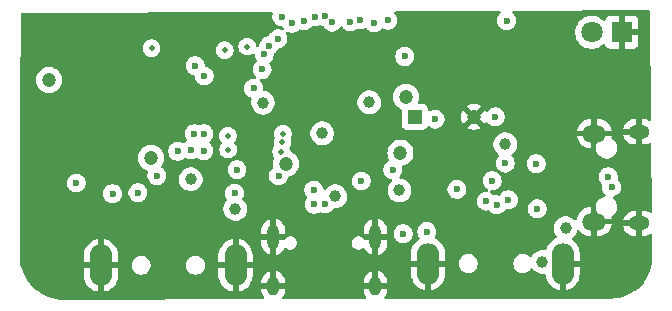
<source format=gbr>
%TF.GenerationSoftware,KiCad,Pcbnew,9.0.3*%
%TF.CreationDate,2025-09-25T12:47:50+01:00*%
%TF.ProjectId,power_bank,706f7765-725f-4626-916e-6b2e6b696361,rev?*%
%TF.SameCoordinates,Original*%
%TF.FileFunction,Copper,L2,Inr*%
%TF.FilePolarity,Positive*%
%FSLAX46Y46*%
G04 Gerber Fmt 4.6, Leading zero omitted, Abs format (unit mm)*
G04 Created by KiCad (PCBNEW 9.0.3) date 2025-09-25 12:47:50*
%MOMM*%
%LPD*%
G01*
G04 APERTURE LIST*
%TA.AperFunction,ComponentPad*%
%ADD10C,3.800000*%
%TD*%
%TA.AperFunction,HeatsinkPad*%
%ADD11O,1.800000X1.150000*%
%TD*%
%TA.AperFunction,HeatsinkPad*%
%ADD12O,2.000000X1.450000*%
%TD*%
%TA.AperFunction,ComponentPad*%
%ADD13R,1.200000X1.200000*%
%TD*%
%TA.AperFunction,ComponentPad*%
%ADD14C,1.200000*%
%TD*%
%TA.AperFunction,HeatsinkPad*%
%ADD15O,1.900000X3.500000*%
%TD*%
%TA.AperFunction,ComponentPad*%
%ADD16R,1.800000X1.800000*%
%TD*%
%TA.AperFunction,ComponentPad*%
%ADD17C,1.800000*%
%TD*%
%TA.AperFunction,HeatsinkPad*%
%ADD18O,1.000000X2.100000*%
%TD*%
%TA.AperFunction,HeatsinkPad*%
%ADD19O,1.000000X1.600000*%
%TD*%
%TA.AperFunction,ViaPad*%
%ADD20C,1.000000*%
%TD*%
%TA.AperFunction,ViaPad*%
%ADD21C,0.600000*%
%TD*%
%TA.AperFunction,ViaPad*%
%ADD22C,1.200000*%
%TD*%
%TA.AperFunction,ViaPad*%
%ADD23C,0.500000*%
%TD*%
G04 APERTURE END LIST*
D10*
%TO.N,GND*%
%TO.C,H2*%
X93530000Y-117160000D03*
%TD*%
D11*
%TO.N,GND*%
%TO.C,J4*%
X143185000Y-113510000D03*
D12*
X139385000Y-113360000D03*
X139385000Y-105910000D03*
D11*
X143185000Y-105760000D03*
%TD*%
D13*
%TO.N,VSYS*%
%TO.C,C1*%
X124180000Y-104490000D03*
D14*
%TO.N,GND*%
X129180000Y-104490000D03*
%TD*%
D10*
%TO.N,GND*%
%TO.C,H1*%
X140640000Y-117310000D03*
%TD*%
D15*
%TO.N,GND*%
%TO.C,J1*%
X109020000Y-117070000D03*
X97620000Y-117070000D03*
%TD*%
%TO.N,GND*%
%TO.C,J2*%
X136720000Y-116920000D03*
X125320000Y-116920000D03*
%TD*%
D16*
%TO.N,GND*%
%TO.C,D3*%
X141710000Y-97330000D03*
D17*
%TO.N,Net-(D3-A)*%
X139170000Y-97330000D03*
%TD*%
D18*
%TO.N,GND*%
%TO.C,J5*%
X112210000Y-114650000D03*
D19*
X112210000Y-118830000D03*
D18*
X120850000Y-114650000D03*
D19*
X120850000Y-118830000D03*
%TD*%
D20*
%TO.N,VSYS*%
X111340000Y-103300000D03*
X120340000Y-103260000D03*
D21*
%TO.N,GND*%
X142690000Y-99300000D03*
X123750000Y-118430000D03*
X141730000Y-114590000D03*
X127810000Y-104140000D03*
X122920000Y-117690000D03*
X113890000Y-118280000D03*
X99500000Y-118810000D03*
X99620000Y-117600000D03*
X134880000Y-118510000D03*
X113750000Y-119410000D03*
X103520000Y-110410000D03*
X107270000Y-118850000D03*
X143220000Y-104140000D03*
X96960000Y-100320000D03*
X141330000Y-113360000D03*
X135820000Y-119320000D03*
X141310000Y-106050000D03*
X143290000Y-115130000D03*
X127220000Y-117060000D03*
X122170000Y-116710000D03*
X138470000Y-114940000D03*
X137450000Y-104870000D03*
X120750000Y-107160000D03*
X107060000Y-117550000D03*
X123350000Y-116080000D03*
X110830000Y-114540000D03*
X111070000Y-113530000D03*
X122180000Y-115370000D03*
X107570000Y-103060000D03*
X143150000Y-107540000D03*
X143270000Y-111980000D03*
X122370000Y-119030000D03*
X137410000Y-106020000D03*
X119360000Y-119430000D03*
X119410000Y-118140000D03*
X93920000Y-114120000D03*
X95400000Y-114400000D03*
X142270000Y-111920000D03*
X107220000Y-116780000D03*
X127210000Y-118040000D03*
X128020000Y-99520000D03*
X99660000Y-116740000D03*
X127810000Y-104150000D03*
X142020000Y-107220000D03*
%TO.N,VBAT+*%
X123345000Y-99385000D03*
D22*
X93230000Y-101380000D03*
D21*
X95540000Y-110100000D03*
D22*
%TO.N,/POWER_SOC/ledx*%
X101870000Y-107970000D03*
X113290000Y-108460000D03*
D20*
%TO.N,VMID*%
X136960000Y-113920000D03*
D22*
X122980000Y-107520000D03*
D20*
X116341000Y-105891000D03*
X108990000Y-112300000D03*
D22*
X123460000Y-102800000D03*
D20*
X117460000Y-111210000D03*
X122890000Y-110730000D03*
D21*
%TO.N,VBUS*%
X127760000Y-110640000D03*
X119590000Y-96300000D03*
X119660000Y-109929000D03*
D23*
%TO.N,LED3*%
X112870000Y-107440000D03*
X108360000Y-106100000D03*
X108100000Y-98860000D03*
X108380000Y-107270000D03*
D21*
%TO.N,DMA1*%
X113760000Y-96571000D03*
X100750000Y-110920000D03*
X100750000Y-110920000D03*
X100750000Y-110920000D03*
%TO.N,DPA1*%
X112941002Y-96031000D03*
X98600000Y-111000000D03*
%TO.N,DMA2*%
X112600000Y-97900000D03*
X132120000Y-111510000D03*
%TO.N,DPA2*%
X111840000Y-98470000D03*
X111840000Y-98470000D03*
X130230000Y-111630000D03*
X111840000Y-98470000D03*
%TO.N,DPC*%
X116610000Y-111840000D03*
X106370000Y-101040000D03*
X106340000Y-107360000D03*
X106340000Y-105920000D03*
%TO.N,DMC*%
X111260000Y-100483775D03*
X115670000Y-111910000D03*
%TO.N,CC1*%
X111440000Y-99197862D03*
X115640000Y-110690000D03*
%TO.N,CC2*%
X105600000Y-100170000D03*
X105539997Y-105920000D03*
X108930000Y-110960000D03*
X105240000Y-107280000D03*
%TO.N,DMB*%
X131850000Y-108410000D03*
X112660000Y-109489000D03*
X122330000Y-108970000D03*
X134470000Y-108460000D03*
X109140000Y-108970000D03*
X140850000Y-110440000D03*
%TO.N,DPB*%
X140580000Y-109570000D03*
X110540000Y-102080000D03*
%TO.N,VING*%
X120760000Y-96540000D03*
X125910000Y-104690000D03*
%TO.N,VOUT2G*%
X116552851Y-95997809D03*
X131130000Y-111940000D03*
%TO.N,VOUT1G*%
X115740000Y-96020000D03*
X104120000Y-107410000D03*
%TO.N,VBUSG*%
X118740000Y-96430000D03*
X125210000Y-114210000D03*
X123210000Y-114400000D03*
D23*
%TO.N,LED1*%
X113030000Y-105930000D03*
X113030000Y-105930000D03*
X113030000Y-105930000D03*
X110010000Y-98550000D03*
%TO.N,LED2*%
X112980000Y-106660000D03*
X101900000Y-98680000D03*
D21*
%TO.N,VIN*%
X131010000Y-104500000D03*
X121900000Y-96310000D03*
D20*
X131850000Y-106820000D03*
%TO.N,VOUT2*%
X134990000Y-116790000D03*
D21*
X131960000Y-96350000D03*
X134560000Y-112290000D03*
X130740000Y-109900000D03*
X117194972Y-96474972D03*
%TO.N,VOUT1*%
X114790000Y-96350000D03*
D20*
X105230000Y-109770000D03*
D21*
X102360000Y-109470000D03*
%TD*%
%TA.AperFunction,Conductor*%
%TO.N,GND*%
G36*
X144054783Y-95499848D02*
G01*
X144100744Y-95552472D01*
X144112146Y-95603238D01*
X144199243Y-104701153D01*
X144180201Y-104768378D01*
X144127838Y-104814636D01*
X144058778Y-104825241D01*
X144018954Y-104812825D01*
X143922659Y-104763760D01*
X143761726Y-104711469D01*
X143594609Y-104685000D01*
X143435000Y-104685000D01*
X143435000Y-105485000D01*
X142935000Y-105485000D01*
X142935000Y-104685000D01*
X142775391Y-104685000D01*
X142608273Y-104711469D01*
X142447340Y-104763760D01*
X142296576Y-104840578D01*
X142159683Y-104940038D01*
X142159682Y-104940038D01*
X142040038Y-105059682D01*
X142040038Y-105059683D01*
X141940578Y-105196576D01*
X141863760Y-105347340D01*
X141811469Y-105508273D01*
X141811196Y-105510000D01*
X142744943Y-105510000D01*
X142704225Y-105526866D01*
X142626866Y-105604225D01*
X142585000Y-105705299D01*
X142585000Y-105814701D01*
X142626866Y-105915775D01*
X142704225Y-105993134D01*
X142744943Y-106010000D01*
X141811196Y-106010000D01*
X141811469Y-106011726D01*
X141863760Y-106172659D01*
X141940578Y-106323423D01*
X142040038Y-106460316D01*
X142040038Y-106460317D01*
X142159682Y-106579961D01*
X142296576Y-106679421D01*
X142447340Y-106756239D01*
X142608273Y-106808530D01*
X142775391Y-106835000D01*
X142935000Y-106835000D01*
X142935000Y-106035000D01*
X143435000Y-106035000D01*
X143435000Y-106835000D01*
X143594609Y-106835000D01*
X143761726Y-106808530D01*
X143922663Y-106756238D01*
X143922665Y-106756237D01*
X144039107Y-106696907D01*
X144107776Y-106684010D01*
X144172516Y-106710286D01*
X144212774Y-106767392D01*
X144219396Y-106806204D01*
X144273824Y-112491631D01*
X144254782Y-112558856D01*
X144202419Y-112605114D01*
X144133359Y-112615719D01*
X144076946Y-112593137D01*
X144073426Y-112590579D01*
X143922659Y-112513760D01*
X143761726Y-112461469D01*
X143594609Y-112435000D01*
X143435000Y-112435000D01*
X143435000Y-113235000D01*
X142935000Y-113235000D01*
X142935000Y-112435000D01*
X142775391Y-112435000D01*
X142608273Y-112461469D01*
X142447340Y-112513760D01*
X142296576Y-112590578D01*
X142159683Y-112690038D01*
X142159682Y-112690038D01*
X142040038Y-112809682D01*
X142040038Y-112809683D01*
X141940578Y-112946576D01*
X141863760Y-113097340D01*
X141811469Y-113258273D01*
X141811196Y-113260000D01*
X142744943Y-113260000D01*
X142704225Y-113276866D01*
X142626866Y-113354225D01*
X142585000Y-113455299D01*
X142585000Y-113564701D01*
X142626866Y-113665775D01*
X142704225Y-113743134D01*
X142744943Y-113760000D01*
X141811196Y-113760000D01*
X141811469Y-113761726D01*
X141863760Y-113922659D01*
X141940578Y-114073423D01*
X142040038Y-114210316D01*
X142040038Y-114210317D01*
X142159682Y-114329961D01*
X142296576Y-114429421D01*
X142447340Y-114506239D01*
X142608273Y-114558530D01*
X142775391Y-114585000D01*
X142935000Y-114585000D01*
X142935000Y-113785000D01*
X143435000Y-113785000D01*
X143435000Y-114585000D01*
X143594609Y-114585000D01*
X143761726Y-114558530D01*
X143922659Y-114506239D01*
X144073425Y-114429420D01*
X144096284Y-114412812D01*
X144162090Y-114389330D01*
X144230144Y-114405154D01*
X144278840Y-114455259D01*
X144293166Y-114511941D01*
X144312561Y-116537830D01*
X144311909Y-116551772D01*
X144277278Y-116886655D01*
X144275347Y-116899108D01*
X144205039Y-117237734D01*
X144201853Y-117249926D01*
X144097545Y-117579652D01*
X144093139Y-117591459D01*
X143955896Y-117908910D01*
X143950314Y-117920207D01*
X143781570Y-118222076D01*
X143774870Y-118232750D01*
X143576350Y-118515943D01*
X143568602Y-118525880D01*
X143342370Y-118787458D01*
X143333652Y-118796559D01*
X143082038Y-119033823D01*
X143072443Y-119041991D01*
X142798047Y-119252495D01*
X142787671Y-119259647D01*
X142493327Y-119441214D01*
X142482280Y-119447277D01*
X142171028Y-119598031D01*
X142159422Y-119602941D01*
X141834468Y-119721329D01*
X141822423Y-119725035D01*
X141487148Y-119809826D01*
X141474790Y-119812291D01*
X141132632Y-119862617D01*
X141120088Y-119863815D01*
X140770518Y-119879334D01*
X140765419Y-119879455D01*
X140764751Y-119879457D01*
X140702394Y-119879054D01*
X140700047Y-119879666D01*
X140689903Y-119879699D01*
X140689895Y-119879696D01*
X140689846Y-119879700D01*
X121748958Y-119932275D01*
X121681864Y-119912776D01*
X121635963Y-119860099D01*
X121625828Y-119790969D01*
X121645512Y-119739383D01*
X121736188Y-119603678D01*
X121736192Y-119603671D01*
X121811569Y-119421693D01*
X121811572Y-119421681D01*
X121849999Y-119228495D01*
X121850000Y-119228492D01*
X121850000Y-119080000D01*
X121150000Y-119080000D01*
X121150000Y-118580000D01*
X121850000Y-118580000D01*
X121850000Y-118431508D01*
X121849999Y-118431504D01*
X121811572Y-118238318D01*
X121811569Y-118238306D01*
X121736192Y-118056328D01*
X121736185Y-118056315D01*
X121626751Y-117892537D01*
X121626748Y-117892533D01*
X121487466Y-117753251D01*
X121487462Y-117753248D01*
X121323684Y-117643814D01*
X121323671Y-117643807D01*
X121141691Y-117568429D01*
X121141683Y-117568427D01*
X121100000Y-117560135D01*
X121100000Y-118363011D01*
X121090060Y-118345795D01*
X121034205Y-118289940D01*
X120965796Y-118250444D01*
X120889496Y-118230000D01*
X120810504Y-118230000D01*
X120734204Y-118250444D01*
X120665795Y-118289940D01*
X120609940Y-118345795D01*
X120600000Y-118363011D01*
X120600000Y-117560136D01*
X120599999Y-117560135D01*
X120558316Y-117568427D01*
X120558308Y-117568429D01*
X120376328Y-117643807D01*
X120376315Y-117643814D01*
X120212537Y-117753248D01*
X120212533Y-117753251D01*
X120073251Y-117892533D01*
X120073248Y-117892537D01*
X119963814Y-118056315D01*
X119963807Y-118056328D01*
X119888430Y-118238306D01*
X119888427Y-118238318D01*
X119850000Y-118431504D01*
X119850000Y-118580000D01*
X120550000Y-118580000D01*
X120550000Y-119080000D01*
X119850000Y-119080000D01*
X119850000Y-119228495D01*
X119888427Y-119421681D01*
X119888430Y-119421693D01*
X119963807Y-119603671D01*
X119963814Y-119603684D01*
X120057814Y-119744363D01*
X120078692Y-119811040D01*
X120060208Y-119878420D01*
X120008229Y-119925111D01*
X119955056Y-119937254D01*
X113092904Y-119956302D01*
X113025810Y-119936803D01*
X112979909Y-119884126D01*
X112969774Y-119814996D01*
X112989458Y-119763411D01*
X113096185Y-119603683D01*
X113096192Y-119603671D01*
X113171569Y-119421693D01*
X113171572Y-119421681D01*
X113209999Y-119228495D01*
X113210000Y-119228492D01*
X113210000Y-119080000D01*
X112510000Y-119080000D01*
X112510000Y-118580000D01*
X113210000Y-118580000D01*
X113210000Y-118431508D01*
X113209999Y-118431504D01*
X113171572Y-118238318D01*
X113171569Y-118238306D01*
X113096192Y-118056328D01*
X113096185Y-118056315D01*
X112986751Y-117892537D01*
X112986748Y-117892533D01*
X112847466Y-117753251D01*
X112847462Y-117753248D01*
X112683684Y-117643814D01*
X112683671Y-117643807D01*
X112501691Y-117568429D01*
X112501683Y-117568427D01*
X112460000Y-117560135D01*
X112460000Y-118363011D01*
X112450060Y-118345795D01*
X112394205Y-118289940D01*
X112325796Y-118250444D01*
X112249496Y-118230000D01*
X112170504Y-118230000D01*
X112094204Y-118250444D01*
X112025795Y-118289940D01*
X111969940Y-118345795D01*
X111960000Y-118363011D01*
X111960000Y-117560136D01*
X111959999Y-117560135D01*
X111918316Y-117568427D01*
X111918308Y-117568429D01*
X111736328Y-117643807D01*
X111736315Y-117643814D01*
X111572537Y-117753248D01*
X111572533Y-117753251D01*
X111433251Y-117892533D01*
X111433248Y-117892537D01*
X111323814Y-118056315D01*
X111323807Y-118056328D01*
X111248430Y-118238306D01*
X111248427Y-118238318D01*
X111210000Y-118431504D01*
X111210000Y-118580000D01*
X111910000Y-118580000D01*
X111910000Y-119080000D01*
X111210000Y-119080000D01*
X111210000Y-119228495D01*
X111248427Y-119421681D01*
X111248430Y-119421693D01*
X111323807Y-119603671D01*
X111323814Y-119603684D01*
X111433809Y-119768301D01*
X111454687Y-119834978D01*
X111436203Y-119902358D01*
X111384224Y-119949049D01*
X111331051Y-119961192D01*
X94680207Y-120007412D01*
X94680195Y-120007412D01*
X94670860Y-120007436D01*
X94669381Y-120007055D01*
X94606147Y-120007610D01*
X94605832Y-120007611D01*
X94605770Y-120007593D01*
X94600468Y-120007509D01*
X94230559Y-119992484D01*
X94218363Y-119991383D01*
X93854830Y-119940381D01*
X93842803Y-119938084D01*
X93486051Y-119851472D01*
X93474309Y-119847999D01*
X93127848Y-119726627D01*
X93116506Y-119722013D01*
X92783707Y-119567063D01*
X92772875Y-119561353D01*
X92456969Y-119374328D01*
X92446761Y-119367582D01*
X92150850Y-119150319D01*
X92141355Y-119142598D01*
X91868306Y-118897203D01*
X91859618Y-118888583D01*
X91735862Y-118753020D01*
X91612112Y-118617463D01*
X91604313Y-118608024D01*
X91384744Y-118313802D01*
X91377915Y-118303639D01*
X91278905Y-118139333D01*
X91188442Y-117989211D01*
X91182659Y-117978445D01*
X91025109Y-117646837D01*
X91020409Y-117635536D01*
X91018203Y-117629394D01*
X90896341Y-117290028D01*
X90892779Y-117278318D01*
X90885651Y-117249926D01*
X90803390Y-116922252D01*
X90801003Y-116910268D01*
X90747166Y-116547107D01*
X90745972Y-116534924D01*
X90745386Y-116522818D01*
X90728216Y-116168242D01*
X90728228Y-116156015D01*
X90728235Y-116155883D01*
X96170000Y-116155883D01*
X96170000Y-116820000D01*
X97170000Y-116820000D01*
X97170000Y-117320000D01*
X96170000Y-117320000D01*
X96170000Y-117984116D01*
X96205704Y-118209544D01*
X96276230Y-118426604D01*
X96379849Y-118629966D01*
X96514004Y-118814614D01*
X96675385Y-118975995D01*
X96860033Y-119110150D01*
X97063395Y-119213769D01*
X97280455Y-119284295D01*
X97370000Y-119298478D01*
X97370000Y-118245277D01*
X97446306Y-118289333D01*
X97560756Y-118320000D01*
X97679244Y-118320000D01*
X97793694Y-118289333D01*
X97870000Y-118245277D01*
X97870000Y-119298477D01*
X97959544Y-119284295D01*
X98176604Y-119213769D01*
X98379966Y-119110150D01*
X98564614Y-118975995D01*
X98725995Y-118814614D01*
X98860150Y-118629966D01*
X98963769Y-118426604D01*
X99034295Y-118209544D01*
X99070000Y-117984116D01*
X99070000Y-117320000D01*
X98070000Y-117320000D01*
X98070000Y-116991153D01*
X100219500Y-116991153D01*
X100219500Y-117148846D01*
X100250261Y-117303489D01*
X100250264Y-117303501D01*
X100310602Y-117449172D01*
X100310609Y-117449185D01*
X100398210Y-117580288D01*
X100398213Y-117580292D01*
X100509707Y-117691786D01*
X100509711Y-117691789D01*
X100640814Y-117779390D01*
X100640827Y-117779397D01*
X100786498Y-117839735D01*
X100786503Y-117839737D01*
X100941153Y-117870499D01*
X100941156Y-117870500D01*
X100941158Y-117870500D01*
X101098844Y-117870500D01*
X101098845Y-117870499D01*
X101253497Y-117839737D01*
X101399179Y-117779394D01*
X101399404Y-117779244D01*
X101400941Y-117778216D01*
X101530289Y-117691789D01*
X101641789Y-117580289D01*
X101729394Y-117449179D01*
X101789737Y-117303497D01*
X101820500Y-117148842D01*
X101820500Y-116991158D01*
X101820500Y-116991155D01*
X101820499Y-116991153D01*
X104819500Y-116991153D01*
X104819500Y-117148846D01*
X104850261Y-117303489D01*
X104850264Y-117303501D01*
X104910602Y-117449172D01*
X104910609Y-117449185D01*
X104998210Y-117580288D01*
X104998213Y-117580292D01*
X105109707Y-117691786D01*
X105109711Y-117691789D01*
X105240814Y-117779390D01*
X105240827Y-117779397D01*
X105386498Y-117839735D01*
X105386503Y-117839737D01*
X105541153Y-117870499D01*
X105541156Y-117870500D01*
X105541158Y-117870500D01*
X105698844Y-117870500D01*
X105698845Y-117870499D01*
X105853497Y-117839737D01*
X105999179Y-117779394D01*
X105999404Y-117779244D01*
X106000941Y-117778216D01*
X106130289Y-117691789D01*
X106241789Y-117580289D01*
X106329394Y-117449179D01*
X106389737Y-117303497D01*
X106420500Y-117148842D01*
X106420500Y-116991158D01*
X106420500Y-116991155D01*
X106420499Y-116991153D01*
X106389738Y-116836510D01*
X106389737Y-116836503D01*
X106344364Y-116726961D01*
X106329397Y-116690827D01*
X106329390Y-116690814D01*
X106241789Y-116559711D01*
X106241786Y-116559707D01*
X106130292Y-116448213D01*
X106130288Y-116448210D01*
X105999185Y-116360609D01*
X105999172Y-116360602D01*
X105853501Y-116300264D01*
X105853491Y-116300261D01*
X105714570Y-116272628D01*
X105714569Y-116272627D01*
X105698845Y-116269500D01*
X105698842Y-116269500D01*
X105541158Y-116269500D01*
X105541155Y-116269500D01*
X105386510Y-116300261D01*
X105386498Y-116300264D01*
X105240827Y-116360602D01*
X105240814Y-116360609D01*
X105109711Y-116448210D01*
X105109707Y-116448213D01*
X104998213Y-116559707D01*
X104998210Y-116559711D01*
X104910609Y-116690814D01*
X104910602Y-116690827D01*
X104850264Y-116836498D01*
X104850261Y-116836510D01*
X104819500Y-116991153D01*
X101820499Y-116991153D01*
X101789738Y-116836510D01*
X101789737Y-116836503D01*
X101744364Y-116726961D01*
X101729397Y-116690827D01*
X101729390Y-116690814D01*
X101641789Y-116559711D01*
X101641786Y-116559707D01*
X101530292Y-116448213D01*
X101530288Y-116448210D01*
X101399185Y-116360609D01*
X101399172Y-116360602D01*
X101253501Y-116300264D01*
X101253489Y-116300261D01*
X101098845Y-116269500D01*
X101098842Y-116269500D01*
X100941158Y-116269500D01*
X100941155Y-116269500D01*
X100786510Y-116300261D01*
X100786498Y-116300264D01*
X100640827Y-116360602D01*
X100640814Y-116360609D01*
X100509711Y-116448210D01*
X100509707Y-116448213D01*
X100398213Y-116559707D01*
X100398210Y-116559711D01*
X100310609Y-116690814D01*
X100310602Y-116690827D01*
X100250264Y-116836498D01*
X100250261Y-116836510D01*
X100219500Y-116991153D01*
X98070000Y-116991153D01*
X98070000Y-116820000D01*
X99070000Y-116820000D01*
X99070000Y-116155883D01*
X107570000Y-116155883D01*
X107570000Y-116820000D01*
X108570000Y-116820000D01*
X108570000Y-117320000D01*
X107570000Y-117320000D01*
X107570000Y-117984116D01*
X107605704Y-118209544D01*
X107676230Y-118426604D01*
X107779849Y-118629966D01*
X107914004Y-118814614D01*
X108075385Y-118975995D01*
X108260033Y-119110150D01*
X108463395Y-119213769D01*
X108680455Y-119284295D01*
X108770000Y-119298478D01*
X108770000Y-118245277D01*
X108846306Y-118289333D01*
X108960756Y-118320000D01*
X109079244Y-118320000D01*
X109193694Y-118289333D01*
X109270000Y-118245277D01*
X109270000Y-119298477D01*
X109359544Y-119284295D01*
X109576604Y-119213769D01*
X109779966Y-119110150D01*
X109964614Y-118975995D01*
X110125995Y-118814614D01*
X110260150Y-118629966D01*
X110363770Y-118426602D01*
X110376605Y-118387100D01*
X110376605Y-118387099D01*
X110434295Y-118209544D01*
X110470000Y-117984116D01*
X110470000Y-117320000D01*
X109470000Y-117320000D01*
X109470000Y-116820000D01*
X110470000Y-116820000D01*
X110470000Y-116155883D01*
X110434295Y-115930455D01*
X110363769Y-115713395D01*
X110260150Y-115510033D01*
X110125995Y-115325385D01*
X109964614Y-115164004D01*
X109779966Y-115029849D01*
X109641159Y-114959123D01*
X109576602Y-114926229D01*
X109359541Y-114855703D01*
X109270000Y-114841521D01*
X109270000Y-115894722D01*
X109193694Y-115850667D01*
X109079244Y-115820000D01*
X108960756Y-115820000D01*
X108846306Y-115850667D01*
X108770000Y-115894722D01*
X108770000Y-114841521D01*
X108769999Y-114841521D01*
X108680458Y-114855703D01*
X108463397Y-114926229D01*
X108260033Y-115029849D01*
X108075385Y-115164004D01*
X107914004Y-115325385D01*
X107779849Y-115510033D01*
X107676230Y-115713395D01*
X107605704Y-115930455D01*
X107570000Y-116155883D01*
X99070000Y-116155883D01*
X99034295Y-115930455D01*
X98963769Y-115713395D01*
X98860150Y-115510033D01*
X98725995Y-115325385D01*
X98564614Y-115164004D01*
X98379966Y-115029849D01*
X98176602Y-114926229D01*
X97959541Y-114855703D01*
X97870000Y-114841521D01*
X97870000Y-115894722D01*
X97793694Y-115850667D01*
X97679244Y-115820000D01*
X97560756Y-115820000D01*
X97446306Y-115850667D01*
X97370000Y-115894722D01*
X97370000Y-114841521D01*
X97369999Y-114841521D01*
X97280458Y-114855703D01*
X97063397Y-114926229D01*
X96860033Y-115029849D01*
X96675385Y-115164004D01*
X96514004Y-115325385D01*
X96379849Y-115510033D01*
X96276230Y-115713395D01*
X96205704Y-115930455D01*
X96170000Y-116155883D01*
X90728235Y-116155883D01*
X90744737Y-115828725D01*
X90744878Y-115826390D01*
X90745726Y-115814256D01*
X90749298Y-115801125D01*
X90749445Y-115761106D01*
X90749731Y-115757021D01*
X90749874Y-115756634D01*
X90750046Y-115753318D01*
X90752909Y-115724728D01*
X90753615Y-115717683D01*
X90751356Y-115703861D01*
X90749733Y-115683402D01*
X90749824Y-115658930D01*
X90751374Y-115239496D01*
X90755952Y-114001504D01*
X111210000Y-114001504D01*
X111210000Y-114400000D01*
X111910000Y-114400000D01*
X111910000Y-114900000D01*
X111210000Y-114900000D01*
X111210000Y-115298495D01*
X111248427Y-115491681D01*
X111248430Y-115491693D01*
X111323807Y-115673671D01*
X111323814Y-115673684D01*
X111433248Y-115837462D01*
X111433251Y-115837466D01*
X111572533Y-115976748D01*
X111572537Y-115976751D01*
X111736315Y-116086185D01*
X111736328Y-116086192D01*
X111918308Y-116161569D01*
X111960000Y-116169862D01*
X111960000Y-115366988D01*
X111969940Y-115384205D01*
X112025795Y-115440060D01*
X112094204Y-115479556D01*
X112170504Y-115500000D01*
X112249496Y-115500000D01*
X112325796Y-115479556D01*
X112394205Y-115440060D01*
X112450060Y-115384205D01*
X112460000Y-115366988D01*
X112460000Y-116169862D01*
X112501690Y-116161569D01*
X112501692Y-116161569D01*
X112683671Y-116086192D01*
X112683684Y-116086185D01*
X112847462Y-115976751D01*
X112847466Y-115976748D01*
X112986748Y-115837466D01*
X112986751Y-115837462D01*
X113099574Y-115668613D01*
X113101007Y-115669570D01*
X113144198Y-115625580D01*
X113212332Y-115610103D01*
X113278018Y-115633919D01*
X113280089Y-115635697D01*
X113280189Y-115635568D01*
X113286630Y-115640510D01*
X113286635Y-115640515D01*
X113417865Y-115716281D01*
X113564234Y-115755500D01*
X113564236Y-115755500D01*
X113715764Y-115755500D01*
X113715766Y-115755500D01*
X113862135Y-115716281D01*
X113993365Y-115640515D01*
X114100515Y-115533365D01*
X114176281Y-115402135D01*
X114215500Y-115255766D01*
X114215500Y-115104234D01*
X118844500Y-115104234D01*
X118844500Y-115255765D01*
X118883719Y-115402136D01*
X118905615Y-115440060D01*
X118959485Y-115533365D01*
X119066635Y-115640515D01*
X119197865Y-115716281D01*
X119344234Y-115755500D01*
X119344236Y-115755500D01*
X119495764Y-115755500D01*
X119495766Y-115755500D01*
X119642135Y-115716281D01*
X119773365Y-115640515D01*
X119773372Y-115640507D01*
X119779811Y-115635568D01*
X119782044Y-115638478D01*
X119828258Y-115612865D01*
X119897980Y-115617411D01*
X119954176Y-115658930D01*
X119960394Y-115668634D01*
X119960426Y-115668613D01*
X120073248Y-115837462D01*
X120073251Y-115837466D01*
X120212533Y-115976748D01*
X120212537Y-115976751D01*
X120376315Y-116086185D01*
X120376328Y-116086192D01*
X120558308Y-116161569D01*
X120600000Y-116169862D01*
X120600000Y-115366988D01*
X120609940Y-115384205D01*
X120665795Y-115440060D01*
X120734204Y-115479556D01*
X120810504Y-115500000D01*
X120889496Y-115500000D01*
X120965796Y-115479556D01*
X121034205Y-115440060D01*
X121090060Y-115384205D01*
X121100000Y-115366988D01*
X121100000Y-116169862D01*
X121141690Y-116161569D01*
X121141692Y-116161569D01*
X121323671Y-116086192D01*
X121323684Y-116086185D01*
X121443863Y-116005883D01*
X123870000Y-116005883D01*
X123870000Y-116670000D01*
X124870000Y-116670000D01*
X124870000Y-117170000D01*
X123870000Y-117170000D01*
X123870000Y-117834116D01*
X123905704Y-118059544D01*
X123976230Y-118276604D01*
X124079849Y-118479966D01*
X124214004Y-118664614D01*
X124375385Y-118825995D01*
X124560033Y-118960150D01*
X124763395Y-119063769D01*
X124980455Y-119134295D01*
X125070000Y-119148478D01*
X125070000Y-118095277D01*
X125146306Y-118139333D01*
X125260756Y-118170000D01*
X125379244Y-118170000D01*
X125493694Y-118139333D01*
X125570000Y-118095277D01*
X125570000Y-119148477D01*
X125659544Y-119134295D01*
X125876604Y-119063769D01*
X126079966Y-118960150D01*
X126264614Y-118825995D01*
X126425995Y-118664614D01*
X126560150Y-118479966D01*
X126663769Y-118276604D01*
X126734295Y-118059544D01*
X126770000Y-117834116D01*
X126770000Y-117170000D01*
X125770000Y-117170000D01*
X125770000Y-116841153D01*
X127919500Y-116841153D01*
X127919500Y-116998846D01*
X127950261Y-117153489D01*
X127950264Y-117153501D01*
X128010602Y-117299172D01*
X128010609Y-117299185D01*
X128098210Y-117430288D01*
X128098213Y-117430292D01*
X128209707Y-117541786D01*
X128209711Y-117541789D01*
X128340814Y-117629390D01*
X128340827Y-117629397D01*
X128486498Y-117689735D01*
X128486503Y-117689737D01*
X128641153Y-117720499D01*
X128641156Y-117720500D01*
X128641158Y-117720500D01*
X128798844Y-117720500D01*
X128798845Y-117720499D01*
X128953497Y-117689737D01*
X129099179Y-117629394D01*
X129230289Y-117541789D01*
X129341789Y-117430289D01*
X129429394Y-117299179D01*
X129489737Y-117153497D01*
X129520500Y-116998842D01*
X129520500Y-116841158D01*
X129520500Y-116841155D01*
X129520499Y-116841153D01*
X132519500Y-116841153D01*
X132519500Y-116998846D01*
X132550261Y-117153489D01*
X132550264Y-117153501D01*
X132610602Y-117299172D01*
X132610609Y-117299185D01*
X132698210Y-117430288D01*
X132698213Y-117430292D01*
X132809707Y-117541786D01*
X132809711Y-117541789D01*
X132940814Y-117629390D01*
X132940827Y-117629397D01*
X133086498Y-117689735D01*
X133086503Y-117689737D01*
X133241153Y-117720499D01*
X133241156Y-117720500D01*
X133241158Y-117720500D01*
X133398844Y-117720500D01*
X133398845Y-117720499D01*
X133553497Y-117689737D01*
X133699179Y-117629394D01*
X133830289Y-117541789D01*
X133941789Y-117430289D01*
X133975060Y-117380494D01*
X134028671Y-117335691D01*
X134097996Y-117326983D01*
X134161024Y-117357137D01*
X134181264Y-117380495D01*
X134212860Y-117427781D01*
X134212863Y-117427785D01*
X134352214Y-117567136D01*
X134352218Y-117567139D01*
X134516079Y-117676628D01*
X134516092Y-117676635D01*
X134698160Y-117752049D01*
X134698165Y-117752051D01*
X134698169Y-117752051D01*
X134698170Y-117752052D01*
X134891456Y-117790500D01*
X134891459Y-117790500D01*
X135088541Y-117790500D01*
X135131271Y-117782000D01*
X135200860Y-117788226D01*
X135256038Y-117831088D01*
X135277935Y-117884219D01*
X135305704Y-118059544D01*
X135376230Y-118276604D01*
X135479849Y-118479966D01*
X135614004Y-118664614D01*
X135775385Y-118825995D01*
X135960033Y-118960150D01*
X136163395Y-119063769D01*
X136380455Y-119134295D01*
X136470000Y-119148478D01*
X136470000Y-118095277D01*
X136546306Y-118139333D01*
X136660756Y-118170000D01*
X136779244Y-118170000D01*
X136893694Y-118139333D01*
X136970000Y-118095277D01*
X136970000Y-119148477D01*
X137059544Y-119134295D01*
X137276604Y-119063769D01*
X137479966Y-118960150D01*
X137664614Y-118825995D01*
X137825995Y-118664614D01*
X137960150Y-118479966D01*
X138063769Y-118276604D01*
X138134295Y-118059544D01*
X138170000Y-117834116D01*
X138170000Y-117170000D01*
X137170000Y-117170000D01*
X137170000Y-116670000D01*
X138170000Y-116670000D01*
X138170000Y-116005883D01*
X138134295Y-115780455D01*
X138063769Y-115563395D01*
X137960150Y-115360033D01*
X137825995Y-115175385D01*
X137664614Y-115014004D01*
X137664608Y-115013999D01*
X137549344Y-114930255D01*
X137506678Y-114874925D01*
X137500699Y-114805312D01*
X137533305Y-114743517D01*
X137553340Y-114726834D01*
X137597782Y-114697139D01*
X137737139Y-114557782D01*
X137846632Y-114393914D01*
X137922051Y-114211835D01*
X137929648Y-114173641D01*
X137962032Y-114111732D01*
X138022747Y-114077158D01*
X138092517Y-114080897D01*
X138149189Y-114121763D01*
X138151583Y-114124948D01*
X138175620Y-114158032D01*
X138311967Y-114294379D01*
X138311972Y-114294383D01*
X138467956Y-114407711D01*
X138639762Y-114495252D01*
X138639765Y-114495253D01*
X138823143Y-114554835D01*
X139013591Y-114585000D01*
X139135000Y-114585000D01*
X139135000Y-113785000D01*
X139635000Y-113785000D01*
X139635000Y-114585000D01*
X139756409Y-114585000D01*
X139946856Y-114554835D01*
X140130234Y-114495253D01*
X140130237Y-114495252D01*
X140302043Y-114407711D01*
X140458027Y-114294383D01*
X140458032Y-114294379D01*
X140594379Y-114158032D01*
X140594383Y-114158027D01*
X140707711Y-114002043D01*
X140795252Y-113830237D01*
X140795253Y-113830234D01*
X140842566Y-113684619D01*
X140854835Y-113646858D01*
X140854835Y-113646855D01*
X140860673Y-113610000D01*
X140006410Y-113610000D01*
X140056037Y-113524044D01*
X140085000Y-113415952D01*
X140085000Y-113304048D01*
X140056037Y-113195956D01*
X140006410Y-113110000D01*
X140860673Y-113110000D01*
X140854836Y-113073146D01*
X140854833Y-113073136D01*
X140847630Y-113050967D01*
X140845633Y-112981125D01*
X140881712Y-112921292D01*
X140896658Y-112909552D01*
X141009035Y-112834464D01*
X141134464Y-112709035D01*
X141233013Y-112561547D01*
X141300894Y-112397666D01*
X141306628Y-112368842D01*
X141329911Y-112251789D01*
X141335500Y-112223691D01*
X141335500Y-112046309D01*
X141335500Y-112046306D01*
X141335499Y-112046304D01*
X141300896Y-111872341D01*
X141300893Y-111872332D01*
X141297233Y-111863497D01*
X141258398Y-111769738D01*
X141233016Y-111708459D01*
X141233009Y-111708446D01*
X141134464Y-111560965D01*
X141134461Y-111560961D01*
X141009038Y-111435538D01*
X141004767Y-111432033D01*
X140965432Y-111374287D01*
X140963561Y-111304442D01*
X140999748Y-111244674D01*
X141059239Y-111214562D01*
X141083497Y-111209737D01*
X141219264Y-111153501D01*
X141229172Y-111149397D01*
X141229172Y-111149396D01*
X141229179Y-111149394D01*
X141360289Y-111061789D01*
X141471789Y-110950289D01*
X141559394Y-110819179D01*
X141619737Y-110673497D01*
X141650500Y-110518842D01*
X141650500Y-110361158D01*
X141650500Y-110361155D01*
X141650499Y-110361153D01*
X141645936Y-110338213D01*
X141619737Y-110206503D01*
X141619735Y-110206498D01*
X141559397Y-110060827D01*
X141559390Y-110060814D01*
X141471790Y-109929712D01*
X141460621Y-109918543D01*
X141395911Y-109853833D01*
X141362428Y-109792513D01*
X141361977Y-109741962D01*
X141362420Y-109739738D01*
X141371217Y-109695510D01*
X141380500Y-109648844D01*
X141380500Y-109491155D01*
X141380499Y-109491153D01*
X141377924Y-109478210D01*
X141349737Y-109336503D01*
X141347152Y-109330263D01*
X141289397Y-109190827D01*
X141289390Y-109190814D01*
X141201789Y-109059711D01*
X141201786Y-109059707D01*
X141090292Y-108948213D01*
X141090288Y-108948210D01*
X140959185Y-108860609D01*
X140959172Y-108860602D01*
X140813501Y-108800264D01*
X140813489Y-108800261D01*
X140658845Y-108769500D01*
X140658842Y-108769500D01*
X140501158Y-108769500D01*
X140501155Y-108769500D01*
X140346510Y-108800261D01*
X140346498Y-108800264D01*
X140200827Y-108860602D01*
X140200814Y-108860609D01*
X140069711Y-108948210D01*
X140069707Y-108948213D01*
X139958213Y-109059707D01*
X139958210Y-109059711D01*
X139870609Y-109190814D01*
X139870602Y-109190827D01*
X139810264Y-109336498D01*
X139810261Y-109336510D01*
X139779500Y-109491153D01*
X139779500Y-109648846D01*
X139810261Y-109803489D01*
X139810264Y-109803501D01*
X139870602Y-109949172D01*
X139870609Y-109949185D01*
X139958210Y-110080288D01*
X139958213Y-110080292D01*
X140034086Y-110156165D01*
X140067571Y-110217488D01*
X140068022Y-110268037D01*
X140049500Y-110361153D01*
X140049500Y-110518846D01*
X140080261Y-110673489D01*
X140080264Y-110673501D01*
X140140602Y-110819172D01*
X140140609Y-110819185D01*
X140228210Y-110950288D01*
X140228213Y-110950292D01*
X140320821Y-111042900D01*
X140354306Y-111104223D01*
X140349322Y-111173915D01*
X140307450Y-111229848D01*
X140257332Y-111252198D01*
X140172340Y-111269104D01*
X140172332Y-111269106D01*
X140008459Y-111336983D01*
X140008446Y-111336990D01*
X139860965Y-111435535D01*
X139860961Y-111435538D01*
X139735538Y-111560961D01*
X139735535Y-111560965D01*
X139636990Y-111708446D01*
X139636983Y-111708459D01*
X139569106Y-111872332D01*
X139569103Y-111872341D01*
X139534500Y-112046304D01*
X139534500Y-112223695D01*
X139569104Y-112397658D01*
X139569107Y-112397670D01*
X139625561Y-112533962D01*
X139635000Y-112581414D01*
X139635000Y-112935000D01*
X139135000Y-112935000D01*
X139135000Y-112135000D01*
X139013591Y-112135000D01*
X138823143Y-112165164D01*
X138639765Y-112224746D01*
X138639762Y-112224747D01*
X138467956Y-112312288D01*
X138311972Y-112425616D01*
X138311967Y-112425620D01*
X138175620Y-112561967D01*
X138175616Y-112561972D01*
X138062288Y-112717956D01*
X137974747Y-112889762D01*
X137974746Y-112889765D01*
X137915164Y-113073143D01*
X137900306Y-113166948D01*
X137870376Y-113230083D01*
X137811064Y-113267013D01*
X137741202Y-113266015D01*
X137690152Y-113235230D01*
X137597785Y-113142863D01*
X137597781Y-113142860D01*
X137433920Y-113033371D01*
X137433907Y-113033364D01*
X137251839Y-112957950D01*
X137251829Y-112957947D01*
X137058543Y-112919500D01*
X137058541Y-112919500D01*
X136861459Y-112919500D01*
X136861457Y-112919500D01*
X136668170Y-112957947D01*
X136668160Y-112957950D01*
X136486092Y-113033364D01*
X136486079Y-113033371D01*
X136322218Y-113142860D01*
X136322214Y-113142863D01*
X136182863Y-113282214D01*
X136182860Y-113282218D01*
X136073371Y-113446079D01*
X136073364Y-113446092D01*
X135997950Y-113628160D01*
X135997947Y-113628170D01*
X135959500Y-113821456D01*
X135959500Y-113821459D01*
X135959500Y-114018541D01*
X135959500Y-114018543D01*
X135959499Y-114018543D01*
X135997947Y-114211829D01*
X135997950Y-114211839D01*
X136073364Y-114393907D01*
X136073371Y-114393920D01*
X136182860Y-114557781D01*
X136182863Y-114557785D01*
X136200401Y-114575323D01*
X136233886Y-114636646D01*
X136228902Y-114706338D01*
X136187030Y-114762271D01*
X136167435Y-114773433D01*
X136167734Y-114774020D01*
X135960033Y-114879849D01*
X135775385Y-115014004D01*
X135614004Y-115175385D01*
X135479849Y-115360033D01*
X135376230Y-115563395D01*
X135323811Y-115724728D01*
X135284374Y-115782403D01*
X135220015Y-115809602D01*
X135181689Y-115808028D01*
X135115134Y-115794789D01*
X135088541Y-115789500D01*
X134891459Y-115789500D01*
X134891457Y-115789500D01*
X134698170Y-115827947D01*
X134698160Y-115827950D01*
X134516092Y-115903364D01*
X134516079Y-115903371D01*
X134352218Y-116012860D01*
X134352214Y-116012863D01*
X134212863Y-116152214D01*
X134212860Y-116152218D01*
X134103371Y-116316079D01*
X134103363Y-116316093D01*
X134099636Y-116325093D01*
X134055793Y-116379495D01*
X133989498Y-116401557D01*
X133921800Y-116384275D01*
X133897396Y-116365317D01*
X133830292Y-116298213D01*
X133830288Y-116298210D01*
X133699185Y-116210609D01*
X133699172Y-116210602D01*
X133553501Y-116150264D01*
X133553489Y-116150261D01*
X133398845Y-116119500D01*
X133398842Y-116119500D01*
X133241158Y-116119500D01*
X133241155Y-116119500D01*
X133086510Y-116150261D01*
X133086498Y-116150264D01*
X132940827Y-116210602D01*
X132940814Y-116210609D01*
X132809711Y-116298210D01*
X132809707Y-116298213D01*
X132698213Y-116409707D01*
X132698210Y-116409711D01*
X132610609Y-116540814D01*
X132610602Y-116540827D01*
X132550264Y-116686498D01*
X132550261Y-116686510D01*
X132519500Y-116841153D01*
X129520499Y-116841153D01*
X129502760Y-116751973D01*
X129489737Y-116686503D01*
X129482901Y-116670000D01*
X129429397Y-116540827D01*
X129429390Y-116540814D01*
X129341789Y-116409711D01*
X129341786Y-116409707D01*
X129230292Y-116298213D01*
X129230288Y-116298210D01*
X129099185Y-116210609D01*
X129099172Y-116210602D01*
X128953501Y-116150264D01*
X128953489Y-116150261D01*
X128798845Y-116119500D01*
X128798842Y-116119500D01*
X128641158Y-116119500D01*
X128641155Y-116119500D01*
X128486510Y-116150261D01*
X128486498Y-116150264D01*
X128340827Y-116210602D01*
X128340814Y-116210609D01*
X128209711Y-116298210D01*
X128209707Y-116298213D01*
X128098213Y-116409707D01*
X128098210Y-116409711D01*
X128010609Y-116540814D01*
X128010602Y-116540827D01*
X127950264Y-116686498D01*
X127950261Y-116686510D01*
X127919500Y-116841153D01*
X125770000Y-116841153D01*
X125770000Y-116670000D01*
X126770000Y-116670000D01*
X126770000Y-116005883D01*
X126734295Y-115780455D01*
X126663769Y-115563395D01*
X126560150Y-115360033D01*
X126425995Y-115175385D01*
X126264614Y-115014004D01*
X126079966Y-114879849D01*
X125939618Y-114808338D01*
X125888822Y-114760363D01*
X125872027Y-114692542D01*
X125892810Y-114628963D01*
X125919394Y-114589179D01*
X125979737Y-114443497D01*
X126010500Y-114288842D01*
X126010500Y-114131158D01*
X126010500Y-114131155D01*
X126010499Y-114131153D01*
X125996446Y-114060504D01*
X125979737Y-113976503D01*
X125943787Y-113889711D01*
X125919397Y-113830827D01*
X125919390Y-113830814D01*
X125831789Y-113699711D01*
X125831786Y-113699707D01*
X125720292Y-113588213D01*
X125720288Y-113588210D01*
X125589185Y-113500609D01*
X125589172Y-113500602D01*
X125443501Y-113440264D01*
X125443489Y-113440261D01*
X125288845Y-113409500D01*
X125288842Y-113409500D01*
X125131158Y-113409500D01*
X125131155Y-113409500D01*
X124976510Y-113440261D01*
X124976498Y-113440264D01*
X124830827Y-113500602D01*
X124830814Y-113500609D01*
X124699711Y-113588210D01*
X124699707Y-113588213D01*
X124588213Y-113699707D01*
X124588210Y-113699711D01*
X124500609Y-113830814D01*
X124500602Y-113830827D01*
X124440264Y-113976498D01*
X124440261Y-113976510D01*
X124409500Y-114131153D01*
X124409500Y-114288846D01*
X124440261Y-114443489D01*
X124440264Y-114443501D01*
X124500602Y-114589172D01*
X124500609Y-114589185D01*
X124584536Y-114714790D01*
X124605414Y-114781468D01*
X124586929Y-114848848D01*
X124554320Y-114883999D01*
X124375386Y-115014003D01*
X124214004Y-115175385D01*
X124079849Y-115360033D01*
X123976230Y-115563395D01*
X123905704Y-115780455D01*
X123870000Y-116005883D01*
X121443863Y-116005883D01*
X121487462Y-115976751D01*
X121487466Y-115976748D01*
X121550885Y-115913330D01*
X121626748Y-115837466D01*
X121626751Y-115837462D01*
X121736185Y-115673684D01*
X121736192Y-115673671D01*
X121811569Y-115491693D01*
X121811572Y-115491681D01*
X121849999Y-115298495D01*
X121850000Y-115298492D01*
X121850000Y-114900000D01*
X121150000Y-114900000D01*
X121150000Y-114400000D01*
X121850000Y-114400000D01*
X121850000Y-114321153D01*
X122409500Y-114321153D01*
X122409500Y-114478846D01*
X122440261Y-114633489D01*
X122440264Y-114633501D01*
X122500602Y-114779172D01*
X122500609Y-114779185D01*
X122588210Y-114910288D01*
X122588213Y-114910292D01*
X122699707Y-115021786D01*
X122699711Y-115021789D01*
X122830814Y-115109390D01*
X122830827Y-115109397D01*
X122962662Y-115164004D01*
X122976503Y-115169737D01*
X123131153Y-115200499D01*
X123131156Y-115200500D01*
X123131158Y-115200500D01*
X123288844Y-115200500D01*
X123288845Y-115200499D01*
X123443497Y-115169737D01*
X123589179Y-115109394D01*
X123720289Y-115021789D01*
X123831789Y-114910289D01*
X123919394Y-114779179D01*
X123926398Y-114762271D01*
X123944120Y-114719485D01*
X123979737Y-114633497D01*
X124010500Y-114478842D01*
X124010500Y-114321158D01*
X124010500Y-114321155D01*
X124010499Y-114321153D01*
X123979738Y-114166510D01*
X123979737Y-114166503D01*
X123965097Y-114131158D01*
X123919397Y-114020827D01*
X123919390Y-114020814D01*
X123831789Y-113889711D01*
X123831786Y-113889707D01*
X123720292Y-113778213D01*
X123720288Y-113778210D01*
X123589185Y-113690609D01*
X123589172Y-113690602D01*
X123443501Y-113630264D01*
X123443489Y-113630261D01*
X123288845Y-113599500D01*
X123288842Y-113599500D01*
X123131158Y-113599500D01*
X123131155Y-113599500D01*
X122976510Y-113630261D01*
X122976498Y-113630264D01*
X122830827Y-113690602D01*
X122830814Y-113690609D01*
X122699711Y-113778210D01*
X122699707Y-113778213D01*
X122588213Y-113889707D01*
X122588210Y-113889711D01*
X122500609Y-114020814D01*
X122500602Y-114020827D01*
X122440264Y-114166498D01*
X122440261Y-114166510D01*
X122409500Y-114321153D01*
X121850000Y-114321153D01*
X121850000Y-114001508D01*
X121849999Y-114001504D01*
X121811572Y-113808318D01*
X121811569Y-113808306D01*
X121736192Y-113626328D01*
X121736185Y-113626315D01*
X121626751Y-113462537D01*
X121626748Y-113462533D01*
X121487466Y-113323251D01*
X121487462Y-113323248D01*
X121323684Y-113213814D01*
X121323671Y-113213807D01*
X121141691Y-113138429D01*
X121141683Y-113138427D01*
X121100000Y-113130135D01*
X121100000Y-113933011D01*
X121090060Y-113915795D01*
X121034205Y-113859940D01*
X120965796Y-113820444D01*
X120889496Y-113800000D01*
X120810504Y-113800000D01*
X120734204Y-113820444D01*
X120665795Y-113859940D01*
X120609940Y-113915795D01*
X120600000Y-113933011D01*
X120600000Y-113130136D01*
X120599999Y-113130135D01*
X120558316Y-113138427D01*
X120558308Y-113138429D01*
X120376328Y-113213807D01*
X120376315Y-113213814D01*
X120212537Y-113323248D01*
X120212533Y-113323251D01*
X120073251Y-113462533D01*
X120073248Y-113462537D01*
X119963814Y-113626315D01*
X119963807Y-113626328D01*
X119888430Y-113808306D01*
X119888427Y-113808318D01*
X119850000Y-114001504D01*
X119850000Y-114400000D01*
X120550000Y-114400000D01*
X120550000Y-114900000D01*
X119994464Y-114900000D01*
X119927425Y-114880315D01*
X119887077Y-114838000D01*
X119880517Y-114826638D01*
X119880513Y-114826633D01*
X119773367Y-114719487D01*
X119773365Y-114719485D01*
X119707750Y-114681602D01*
X119642136Y-114643719D01*
X119568950Y-114624109D01*
X119495766Y-114604500D01*
X119344234Y-114604500D01*
X119197863Y-114643719D01*
X119066635Y-114719485D01*
X119066632Y-114719487D01*
X118959487Y-114826632D01*
X118959485Y-114826635D01*
X118883719Y-114957863D01*
X118844500Y-115104234D01*
X114215500Y-115104234D01*
X114176281Y-114957865D01*
X114100515Y-114826635D01*
X113993365Y-114719485D01*
X113927750Y-114681602D01*
X113862136Y-114643719D01*
X113788950Y-114624109D01*
X113715766Y-114604500D01*
X113564234Y-114604500D01*
X113417863Y-114643719D01*
X113286635Y-114719485D01*
X113286632Y-114719487D01*
X113179486Y-114826633D01*
X113179482Y-114826638D01*
X113172923Y-114838000D01*
X113122356Y-114886216D01*
X113065536Y-114900000D01*
X112510000Y-114900000D01*
X112510000Y-114400000D01*
X113210000Y-114400000D01*
X113210000Y-114001508D01*
X113209999Y-114001504D01*
X113171572Y-113808318D01*
X113171569Y-113808306D01*
X113096192Y-113626328D01*
X113096185Y-113626315D01*
X112986751Y-113462537D01*
X112986748Y-113462533D01*
X112847466Y-113323251D01*
X112847462Y-113323248D01*
X112683684Y-113213814D01*
X112683671Y-113213807D01*
X112501691Y-113138429D01*
X112501683Y-113138427D01*
X112460000Y-113130135D01*
X112460000Y-113933011D01*
X112450060Y-113915795D01*
X112394205Y-113859940D01*
X112325796Y-113820444D01*
X112249496Y-113800000D01*
X112170504Y-113800000D01*
X112094204Y-113820444D01*
X112025795Y-113859940D01*
X111969940Y-113915795D01*
X111960000Y-113933011D01*
X111960000Y-113130136D01*
X111959999Y-113130135D01*
X111918316Y-113138427D01*
X111918308Y-113138429D01*
X111736328Y-113213807D01*
X111736315Y-113213814D01*
X111572537Y-113323248D01*
X111572533Y-113323251D01*
X111433251Y-113462533D01*
X111433248Y-113462537D01*
X111323814Y-113626315D01*
X111323807Y-113626328D01*
X111248430Y-113808306D01*
X111248427Y-113808318D01*
X111210000Y-114001504D01*
X90755952Y-114001504D01*
X90755976Y-113994959D01*
X90761878Y-112398543D01*
X107989499Y-112398543D01*
X108027947Y-112591829D01*
X108027950Y-112591839D01*
X108103364Y-112773907D01*
X108103371Y-112773920D01*
X108212860Y-112937781D01*
X108212863Y-112937785D01*
X108352214Y-113077136D01*
X108352218Y-113077139D01*
X108516079Y-113186628D01*
X108516092Y-113186635D01*
X108689044Y-113258273D01*
X108698165Y-113262051D01*
X108698169Y-113262051D01*
X108698170Y-113262052D01*
X108891456Y-113300500D01*
X108891459Y-113300500D01*
X109088543Y-113300500D01*
X109218582Y-113274632D01*
X109281835Y-113262051D01*
X109463914Y-113186632D01*
X109627782Y-113077139D01*
X109767139Y-112937782D01*
X109876632Y-112773914D01*
X109952051Y-112591835D01*
X109985114Y-112425620D01*
X109990500Y-112398543D01*
X109990500Y-112201456D01*
X109952052Y-112008170D01*
X109952051Y-112008169D01*
X109952051Y-112008165D01*
X109911730Y-111910821D01*
X109876635Y-111826092D01*
X109876628Y-111826079D01*
X109767139Y-111662218D01*
X109767136Y-111662214D01*
X109633129Y-111528207D01*
X109599644Y-111466884D01*
X109604628Y-111397192D01*
X109617708Y-111371635D01*
X109639390Y-111339185D01*
X109639390Y-111339184D01*
X109639394Y-111339179D01*
X109699737Y-111193497D01*
X109730500Y-111038842D01*
X109730500Y-110881158D01*
X109730500Y-110881155D01*
X109730499Y-110881153D01*
X109722542Y-110841153D01*
X109699737Y-110726503D01*
X109699253Y-110725335D01*
X109669092Y-110652518D01*
X109651958Y-110611153D01*
X114839500Y-110611153D01*
X114839500Y-110768846D01*
X114870261Y-110923489D01*
X114870264Y-110923501D01*
X114930602Y-111069172D01*
X114930609Y-111069185D01*
X115018210Y-111200288D01*
X115018213Y-111200292D01*
X115045240Y-111227319D01*
X115078725Y-111288642D01*
X115073741Y-111358334D01*
X115050834Y-111393991D01*
X115052072Y-111395007D01*
X115048208Y-111399714D01*
X114960609Y-111530814D01*
X114960602Y-111530827D01*
X114900264Y-111676498D01*
X114900261Y-111676510D01*
X114869500Y-111831154D01*
X114869500Y-111988846D01*
X114900261Y-112143489D01*
X114900264Y-112143501D01*
X114960602Y-112289172D01*
X114960609Y-112289185D01*
X115048210Y-112420288D01*
X115048213Y-112420292D01*
X115159707Y-112531786D01*
X115159711Y-112531789D01*
X115290814Y-112619390D01*
X115290827Y-112619397D01*
X115411028Y-112669185D01*
X115436503Y-112679737D01*
X115583788Y-112709034D01*
X115591153Y-112710499D01*
X115591156Y-112710500D01*
X115591158Y-112710500D01*
X115748844Y-112710500D01*
X115748845Y-112710499D01*
X115903497Y-112679737D01*
X116049179Y-112619394D01*
X116128253Y-112566558D01*
X116194928Y-112545680D01*
X116244592Y-112555098D01*
X116376503Y-112609737D01*
X116531153Y-112640499D01*
X116531156Y-112640500D01*
X116531158Y-112640500D01*
X116688844Y-112640500D01*
X116688845Y-112640499D01*
X116843497Y-112609737D01*
X116989179Y-112549394D01*
X117120289Y-112461789D01*
X117231789Y-112350289D01*
X117262344Y-112304559D01*
X117288371Y-112265609D01*
X117341983Y-112220804D01*
X117391473Y-112210500D01*
X117558543Y-112210500D01*
X117688582Y-112184632D01*
X117751835Y-112172051D01*
X117933914Y-112096632D01*
X118097782Y-111987139D01*
X118237139Y-111847782D01*
X118346632Y-111683914D01*
X118422051Y-111501835D01*
X118437643Y-111423449D01*
X118460500Y-111308543D01*
X118460500Y-111111456D01*
X118422052Y-110918170D01*
X118422051Y-110918169D01*
X118422051Y-110918165D01*
X118398068Y-110860264D01*
X118346635Y-110736092D01*
X118346628Y-110736079D01*
X118237139Y-110572218D01*
X118237136Y-110572214D01*
X118097785Y-110432863D01*
X118097781Y-110432860D01*
X117933920Y-110323371D01*
X117933907Y-110323364D01*
X117751839Y-110247950D01*
X117751829Y-110247947D01*
X117558543Y-110209500D01*
X117558541Y-110209500D01*
X117361459Y-110209500D01*
X117361457Y-110209500D01*
X117168170Y-110247947D01*
X117168160Y-110247950D01*
X116986092Y-110323364D01*
X116986079Y-110323371D01*
X116822218Y-110432860D01*
X116822214Y-110432863D01*
X116682863Y-110572214D01*
X116682860Y-110572218D01*
X116656446Y-110611750D01*
X116602834Y-110656555D01*
X116533509Y-110665262D01*
X116470481Y-110635107D01*
X116433762Y-110575664D01*
X116431727Y-110567051D01*
X116409738Y-110456508D01*
X116409737Y-110456507D01*
X116409737Y-110456503D01*
X116390354Y-110409707D01*
X116349397Y-110310827D01*
X116349390Y-110310814D01*
X116261789Y-110179711D01*
X116261786Y-110179707D01*
X116150292Y-110068213D01*
X116150288Y-110068210D01*
X116019185Y-109980609D01*
X116019172Y-109980602D01*
X115966118Y-109958627D01*
X115873501Y-109920264D01*
X115873489Y-109920261D01*
X115718845Y-109889500D01*
X115718842Y-109889500D01*
X115561158Y-109889500D01*
X115561155Y-109889500D01*
X115406510Y-109920261D01*
X115406498Y-109920264D01*
X115260827Y-109980602D01*
X115260814Y-109980609D01*
X115129711Y-110068210D01*
X115129707Y-110068213D01*
X115018213Y-110179707D01*
X115018210Y-110179711D01*
X114930609Y-110310814D01*
X114930602Y-110310827D01*
X114870264Y-110456498D01*
X114870261Y-110456510D01*
X114839500Y-110611153D01*
X109651958Y-110611153D01*
X109639397Y-110580827D01*
X109639390Y-110580814D01*
X109551789Y-110449711D01*
X109551786Y-110449707D01*
X109440292Y-110338213D01*
X109440288Y-110338210D01*
X109309185Y-110250609D01*
X109309172Y-110250602D01*
X109163501Y-110190264D01*
X109163489Y-110190261D01*
X109008845Y-110159500D01*
X109008842Y-110159500D01*
X108851158Y-110159500D01*
X108851155Y-110159500D01*
X108696510Y-110190261D01*
X108696498Y-110190264D01*
X108550827Y-110250602D01*
X108550814Y-110250609D01*
X108419711Y-110338210D01*
X108419707Y-110338213D01*
X108308213Y-110449707D01*
X108308210Y-110449711D01*
X108220609Y-110580814D01*
X108220602Y-110580827D01*
X108160264Y-110726498D01*
X108160261Y-110726510D01*
X108129500Y-110881153D01*
X108129500Y-111038846D01*
X108160261Y-111193489D01*
X108160264Y-111193501D01*
X108220602Y-111339172D01*
X108220609Y-111339185D01*
X108290357Y-111443569D01*
X108311235Y-111510246D01*
X108292751Y-111577627D01*
X108274937Y-111600141D01*
X108212860Y-111662218D01*
X108103371Y-111826079D01*
X108103364Y-111826092D01*
X108027950Y-112008160D01*
X108027947Y-112008170D01*
X107989500Y-112201456D01*
X107989500Y-112201459D01*
X107989500Y-112398541D01*
X107989500Y-112398543D01*
X107989499Y-112398543D01*
X90761878Y-112398543D01*
X90762631Y-112194909D01*
X90767340Y-110921153D01*
X97799500Y-110921153D01*
X97799500Y-111078846D01*
X97830261Y-111233489D01*
X97830264Y-111233501D01*
X97890602Y-111379172D01*
X97890609Y-111379185D01*
X97978210Y-111510288D01*
X97978213Y-111510292D01*
X98089707Y-111621786D01*
X98089711Y-111621789D01*
X98220814Y-111709390D01*
X98220827Y-111709397D01*
X98303163Y-111743501D01*
X98366503Y-111769737D01*
X98521153Y-111800499D01*
X98521156Y-111800500D01*
X98521158Y-111800500D01*
X98678844Y-111800500D01*
X98678845Y-111800499D01*
X98833497Y-111769737D01*
X98979179Y-111709394D01*
X99110289Y-111621789D01*
X99221789Y-111510289D01*
X99309394Y-111379179D01*
X99369737Y-111233497D01*
X99400500Y-111078842D01*
X99400500Y-110921158D01*
X99400500Y-110921155D01*
X99400499Y-110921153D01*
X99388188Y-110859257D01*
X99384587Y-110841153D01*
X99949500Y-110841153D01*
X99949500Y-110998846D01*
X99980261Y-111153489D01*
X99980264Y-111153501D01*
X100040602Y-111299172D01*
X100040609Y-111299185D01*
X100128210Y-111430288D01*
X100128213Y-111430292D01*
X100239707Y-111541786D01*
X100239711Y-111541789D01*
X100370814Y-111629390D01*
X100370827Y-111629397D01*
X100464534Y-111668211D01*
X100516503Y-111689737D01*
X100671153Y-111720499D01*
X100671156Y-111720500D01*
X100671158Y-111720500D01*
X100828844Y-111720500D01*
X100828845Y-111720499D01*
X100983497Y-111689737D01*
X101129179Y-111629394D01*
X101260289Y-111541789D01*
X101371789Y-111430289D01*
X101459394Y-111299179D01*
X101519737Y-111153497D01*
X101550500Y-110998842D01*
X101550500Y-110841158D01*
X101550500Y-110841155D01*
X101550499Y-110841153D01*
X101530431Y-110740264D01*
X101519737Y-110686503D01*
X101519735Y-110686498D01*
X101459397Y-110540827D01*
X101459390Y-110540814D01*
X101371789Y-110409711D01*
X101371786Y-110409707D01*
X101260292Y-110298213D01*
X101260288Y-110298210D01*
X101129185Y-110210609D01*
X101129172Y-110210602D01*
X100983501Y-110150264D01*
X100983489Y-110150261D01*
X100828845Y-110119500D01*
X100828842Y-110119500D01*
X100671158Y-110119500D01*
X100671155Y-110119500D01*
X100516510Y-110150261D01*
X100516498Y-110150264D01*
X100370827Y-110210602D01*
X100370814Y-110210609D01*
X100239711Y-110298210D01*
X100239707Y-110298213D01*
X100128213Y-110409707D01*
X100128210Y-110409711D01*
X100040609Y-110540814D01*
X100040602Y-110540827D01*
X99980264Y-110686498D01*
X99980261Y-110686510D01*
X99949500Y-110841153D01*
X99384587Y-110841153D01*
X99369738Y-110766508D01*
X99369737Y-110766507D01*
X99369737Y-110766503D01*
X99358867Y-110740261D01*
X99309397Y-110620827D01*
X99309390Y-110620814D01*
X99221789Y-110489711D01*
X99221786Y-110489707D01*
X99110292Y-110378213D01*
X99110288Y-110378210D01*
X98979185Y-110290609D01*
X98979172Y-110290602D01*
X98833501Y-110230264D01*
X98833489Y-110230261D01*
X98678845Y-110199500D01*
X98678842Y-110199500D01*
X98521158Y-110199500D01*
X98521155Y-110199500D01*
X98366510Y-110230261D01*
X98366498Y-110230264D01*
X98220827Y-110290602D01*
X98220814Y-110290609D01*
X98089711Y-110378210D01*
X98089707Y-110378213D01*
X97978213Y-110489707D01*
X97978210Y-110489711D01*
X97890609Y-110620814D01*
X97890602Y-110620827D01*
X97830264Y-110766498D01*
X97830261Y-110766510D01*
X97799500Y-110921153D01*
X90767340Y-110921153D01*
X90770668Y-110021153D01*
X94739500Y-110021153D01*
X94739500Y-110178846D01*
X94770261Y-110333489D01*
X94770264Y-110333501D01*
X94830602Y-110479172D01*
X94830609Y-110479185D01*
X94918210Y-110610288D01*
X94918213Y-110610292D01*
X95029707Y-110721786D01*
X95029711Y-110721789D01*
X95160814Y-110809390D01*
X95160827Y-110809397D01*
X95283633Y-110860264D01*
X95306503Y-110869737D01*
X95461153Y-110900499D01*
X95461156Y-110900500D01*
X95461158Y-110900500D01*
X95618844Y-110900500D01*
X95618845Y-110900499D01*
X95773497Y-110869737D01*
X95919179Y-110809394D01*
X96050289Y-110721789D01*
X96161789Y-110610289D01*
X96249394Y-110479179D01*
X96309737Y-110333497D01*
X96340500Y-110178842D01*
X96340500Y-110021158D01*
X96340500Y-110021155D01*
X96340499Y-110021153D01*
X96337851Y-110007842D01*
X96309737Y-109866503D01*
X96302967Y-109850158D01*
X96249397Y-109720827D01*
X96249390Y-109720814D01*
X96161789Y-109589711D01*
X96161786Y-109589707D01*
X96050292Y-109478213D01*
X96050288Y-109478210D01*
X95919185Y-109390609D01*
X95919172Y-109390602D01*
X95773501Y-109330264D01*
X95773489Y-109330261D01*
X95618845Y-109299500D01*
X95618842Y-109299500D01*
X95461158Y-109299500D01*
X95461155Y-109299500D01*
X95306510Y-109330261D01*
X95306498Y-109330264D01*
X95160827Y-109390602D01*
X95160814Y-109390609D01*
X95029711Y-109478210D01*
X95029707Y-109478213D01*
X94918213Y-109589707D01*
X94918210Y-109589711D01*
X94830609Y-109720814D01*
X94830602Y-109720827D01*
X94770264Y-109866498D01*
X94770261Y-109866510D01*
X94739500Y-110021153D01*
X90770668Y-110021153D01*
X90770692Y-110014608D01*
X90771450Y-109809499D01*
X90778571Y-107883389D01*
X100769500Y-107883389D01*
X100769500Y-108056611D01*
X100773593Y-108082454D01*
X100793873Y-108210500D01*
X100796598Y-108227701D01*
X100850127Y-108392445D01*
X100928768Y-108546788D01*
X101030586Y-108686928D01*
X101153072Y-108809414D01*
X101293212Y-108911232D01*
X101447555Y-108989873D01*
X101535797Y-109018544D01*
X101593472Y-109057982D01*
X101620670Y-109122340D01*
X101612040Y-109183925D01*
X101590264Y-109236498D01*
X101590261Y-109236510D01*
X101559500Y-109391153D01*
X101559500Y-109548846D01*
X101590261Y-109703489D01*
X101590264Y-109703501D01*
X101650602Y-109849172D01*
X101650609Y-109849185D01*
X101738210Y-109980288D01*
X101738213Y-109980292D01*
X101849707Y-110091786D01*
X101849711Y-110091789D01*
X101980814Y-110179390D01*
X101980827Y-110179397D01*
X102103633Y-110230264D01*
X102126503Y-110239737D01*
X102268776Y-110268037D01*
X102281153Y-110270499D01*
X102281156Y-110270500D01*
X102281158Y-110270500D01*
X102438844Y-110270500D01*
X102438845Y-110270499D01*
X102593497Y-110239737D01*
X102738414Y-110179711D01*
X102739172Y-110179397D01*
X102739172Y-110179396D01*
X102739179Y-110179394D01*
X102870289Y-110091789D01*
X102981789Y-109980289D01*
X103056455Y-109868543D01*
X104229499Y-109868543D01*
X104267947Y-110061829D01*
X104267950Y-110061839D01*
X104343364Y-110243907D01*
X104343371Y-110243920D01*
X104452860Y-110407781D01*
X104452863Y-110407785D01*
X104592214Y-110547136D01*
X104592218Y-110547139D01*
X104756079Y-110656628D01*
X104756092Y-110656635D01*
X104932004Y-110729499D01*
X104938165Y-110732051D01*
X104938169Y-110732051D01*
X104938170Y-110732052D01*
X105131456Y-110770500D01*
X105131459Y-110770500D01*
X105328543Y-110770500D01*
X105480561Y-110740261D01*
X105521835Y-110732051D01*
X105672273Y-110669738D01*
X105703907Y-110656635D01*
X105703907Y-110656634D01*
X105703914Y-110656632D01*
X105867782Y-110547139D01*
X106007139Y-110407782D01*
X106116632Y-110243914D01*
X106192051Y-110061835D01*
X106218154Y-109930609D01*
X106230500Y-109868543D01*
X106230500Y-109671456D01*
X106192052Y-109478170D01*
X106192051Y-109478169D01*
X106192051Y-109478165D01*
X106156010Y-109391153D01*
X106116635Y-109296092D01*
X106116628Y-109296079D01*
X106007139Y-109132218D01*
X106007136Y-109132214D01*
X105867785Y-108992863D01*
X105867781Y-108992860D01*
X105860759Y-108988168D01*
X105715567Y-108891153D01*
X108339500Y-108891153D01*
X108339500Y-109048844D01*
X108370261Y-109203489D01*
X108370264Y-109203501D01*
X108430602Y-109349172D01*
X108430609Y-109349185D01*
X108518210Y-109480288D01*
X108518213Y-109480292D01*
X108629707Y-109591786D01*
X108629711Y-109591789D01*
X108760814Y-109679390D01*
X108760827Y-109679397D01*
X108906498Y-109739735D01*
X108906503Y-109739737D01*
X109061153Y-109770499D01*
X109061156Y-109770500D01*
X109061158Y-109770500D01*
X109218844Y-109770500D01*
X109218845Y-109770499D01*
X109373497Y-109739737D01*
X109519179Y-109679394D01*
X109650289Y-109591789D01*
X109761789Y-109480289D01*
X109808652Y-109410153D01*
X111859500Y-109410153D01*
X111859500Y-109567846D01*
X111890261Y-109722489D01*
X111890264Y-109722501D01*
X111950602Y-109868172D01*
X111950609Y-109868185D01*
X112038210Y-109999288D01*
X112038213Y-109999292D01*
X112149707Y-110110786D01*
X112149711Y-110110789D01*
X112280814Y-110198390D01*
X112280827Y-110198397D01*
X112406863Y-110250602D01*
X112426503Y-110258737D01*
X112581153Y-110289499D01*
X112581156Y-110289500D01*
X112581158Y-110289500D01*
X112738844Y-110289500D01*
X112738845Y-110289499D01*
X112893497Y-110258737D01*
X113039179Y-110198394D01*
X113170289Y-110110789D01*
X113281789Y-109999289D01*
X113369394Y-109868179D01*
X113376859Y-109850158D01*
X113376861Y-109850153D01*
X118859500Y-109850153D01*
X118859500Y-110007846D01*
X118890261Y-110162489D01*
X118890264Y-110162501D01*
X118950602Y-110308172D01*
X118950609Y-110308185D01*
X119038210Y-110439288D01*
X119038213Y-110439292D01*
X119149707Y-110550786D01*
X119149711Y-110550789D01*
X119280814Y-110638390D01*
X119280827Y-110638397D01*
X119365577Y-110673501D01*
X119426503Y-110698737D01*
X119581153Y-110729499D01*
X119581156Y-110729500D01*
X119581158Y-110729500D01*
X119738844Y-110729500D01*
X119738845Y-110729499D01*
X119893497Y-110698737D01*
X120039179Y-110638394D01*
X120170289Y-110550789D01*
X120281789Y-110439289D01*
X120369394Y-110308179D01*
X120429737Y-110162497D01*
X120460500Y-110007842D01*
X120460500Y-109850158D01*
X120460500Y-109850155D01*
X120460499Y-109850153D01*
X120460304Y-109849172D01*
X120429737Y-109695503D01*
X120423066Y-109679397D01*
X120369397Y-109549827D01*
X120369390Y-109549814D01*
X120281789Y-109418711D01*
X120281786Y-109418707D01*
X120170292Y-109307213D01*
X120170288Y-109307210D01*
X120039185Y-109219609D01*
X120039172Y-109219602D01*
X119893501Y-109159264D01*
X119893489Y-109159261D01*
X119738845Y-109128500D01*
X119738842Y-109128500D01*
X119581158Y-109128500D01*
X119581155Y-109128500D01*
X119426510Y-109159261D01*
X119426498Y-109159264D01*
X119280827Y-109219602D01*
X119280814Y-109219609D01*
X119149711Y-109307210D01*
X119149707Y-109307213D01*
X119038213Y-109418707D01*
X119038210Y-109418711D01*
X118950609Y-109549814D01*
X118950602Y-109549827D01*
X118890264Y-109695498D01*
X118890261Y-109695510D01*
X118859500Y-109850153D01*
X113376861Y-109850153D01*
X113402581Y-109788058D01*
X113429737Y-109722497D01*
X113447877Y-109631300D01*
X113480260Y-109569394D01*
X113540975Y-109534819D01*
X113545555Y-109533917D01*
X113547701Y-109533402D01*
X113712445Y-109479873D01*
X113866788Y-109401232D01*
X114006928Y-109299414D01*
X114129414Y-109176928D01*
X114231232Y-109036788D01*
X114305436Y-108891153D01*
X121529500Y-108891153D01*
X121529500Y-109048844D01*
X121560261Y-109203489D01*
X121560264Y-109203501D01*
X121620602Y-109349172D01*
X121620609Y-109349185D01*
X121708210Y-109480288D01*
X121708213Y-109480292D01*
X121819707Y-109591786D01*
X121819711Y-109591789D01*
X121950814Y-109679390D01*
X121950827Y-109679397D01*
X122096498Y-109739735D01*
X122096503Y-109739737D01*
X122134925Y-109747379D01*
X122176616Y-109755673D01*
X122238527Y-109788058D01*
X122273101Y-109848773D01*
X122269362Y-109918543D01*
X122240107Y-109964971D01*
X122112860Y-110092218D01*
X122003371Y-110256079D01*
X122003364Y-110256092D01*
X121927950Y-110438160D01*
X121927947Y-110438170D01*
X121889500Y-110631456D01*
X121889500Y-110631459D01*
X121889500Y-110828541D01*
X121889500Y-110828543D01*
X121889499Y-110828543D01*
X121927947Y-111021829D01*
X121927950Y-111021839D01*
X122003364Y-111203907D01*
X122003371Y-111203920D01*
X122112860Y-111367781D01*
X122112863Y-111367785D01*
X122252214Y-111507136D01*
X122252218Y-111507139D01*
X122416079Y-111616628D01*
X122416092Y-111616635D01*
X122592578Y-111689737D01*
X122598165Y-111692051D01*
X122598169Y-111692051D01*
X122598170Y-111692052D01*
X122791456Y-111730500D01*
X122791459Y-111730500D01*
X122988543Y-111730500D01*
X123118582Y-111704632D01*
X123181835Y-111692051D01*
X123363914Y-111616632D01*
X123461910Y-111551153D01*
X129429500Y-111551153D01*
X129429500Y-111708846D01*
X129460261Y-111863489D01*
X129460264Y-111863501D01*
X129520602Y-112009172D01*
X129520609Y-112009185D01*
X129608210Y-112140288D01*
X129608213Y-112140292D01*
X129719707Y-112251786D01*
X129719711Y-112251789D01*
X129850814Y-112339390D01*
X129850827Y-112339397D01*
X129993620Y-112398543D01*
X129996503Y-112399737D01*
X130126605Y-112425616D01*
X130151153Y-112430499D01*
X130151156Y-112430500D01*
X130151158Y-112430500D01*
X130308843Y-112430500D01*
X130333395Y-112425616D01*
X130393621Y-112413636D01*
X130463211Y-112419863D01*
X130505493Y-112447572D01*
X130619707Y-112561786D01*
X130619711Y-112561789D01*
X130750814Y-112649390D01*
X130750827Y-112649397D01*
X130824078Y-112679738D01*
X130896503Y-112709737D01*
X131051153Y-112740499D01*
X131051156Y-112740500D01*
X131051158Y-112740500D01*
X131208844Y-112740500D01*
X131208845Y-112740499D01*
X131363497Y-112709737D01*
X131509179Y-112649394D01*
X131640289Y-112561789D01*
X131751789Y-112450289D01*
X131822153Y-112344980D01*
X131875762Y-112300179D01*
X131945087Y-112291470D01*
X131949445Y-112292257D01*
X132041155Y-112310500D01*
X132041158Y-112310500D01*
X132198844Y-112310500D01*
X132198845Y-112310499D01*
X132353497Y-112279737D01*
X132486258Y-112224746D01*
X132499172Y-112219397D01*
X132499172Y-112219396D01*
X132499179Y-112219394D01*
X132511513Y-112211153D01*
X133759500Y-112211153D01*
X133759500Y-112368846D01*
X133790261Y-112523489D01*
X133790264Y-112523501D01*
X133850602Y-112669172D01*
X133850609Y-112669185D01*
X133938210Y-112800288D01*
X133938213Y-112800292D01*
X134049707Y-112911786D01*
X134049711Y-112911789D01*
X134180814Y-112999390D01*
X134180827Y-112999397D01*
X134262849Y-113033371D01*
X134326503Y-113059737D01*
X134481153Y-113090499D01*
X134481156Y-113090500D01*
X134481158Y-113090500D01*
X134638844Y-113090500D01*
X134638845Y-113090499D01*
X134793497Y-113059737D01*
X134939179Y-112999394D01*
X135070289Y-112911789D01*
X135181789Y-112800289D01*
X135269394Y-112669179D01*
X135329737Y-112523497D01*
X135360500Y-112368842D01*
X135360500Y-112211158D01*
X135360500Y-112211155D01*
X135360499Y-112211153D01*
X135329738Y-112056510D01*
X135329737Y-112056503D01*
X135325513Y-112046306D01*
X135269397Y-111910827D01*
X135269390Y-111910814D01*
X135181789Y-111779711D01*
X135181786Y-111779707D01*
X135070292Y-111668213D01*
X135070288Y-111668210D01*
X134939185Y-111580609D01*
X134939172Y-111580602D01*
X134793501Y-111520264D01*
X134793489Y-111520261D01*
X134638845Y-111489500D01*
X134638842Y-111489500D01*
X134481158Y-111489500D01*
X134481155Y-111489500D01*
X134326510Y-111520261D01*
X134326498Y-111520264D01*
X134180827Y-111580602D01*
X134180814Y-111580609D01*
X134049711Y-111668210D01*
X134049707Y-111668213D01*
X133938213Y-111779707D01*
X133938210Y-111779711D01*
X133850609Y-111910814D01*
X133850602Y-111910827D01*
X133790264Y-112056498D01*
X133790261Y-112056510D01*
X133759500Y-112211153D01*
X132511513Y-112211153D01*
X132630289Y-112131789D01*
X132630292Y-112131786D01*
X132644694Y-112117385D01*
X132741786Y-112020292D01*
X132741789Y-112020289D01*
X132829394Y-111889179D01*
X132836369Y-111872341D01*
X132853427Y-111831158D01*
X132889737Y-111743497D01*
X132920500Y-111588842D01*
X132920500Y-111431158D01*
X132920500Y-111431155D01*
X132920499Y-111431153D01*
X132910159Y-111379172D01*
X132889737Y-111276503D01*
X132871925Y-111233501D01*
X132829397Y-111130827D01*
X132829390Y-111130814D01*
X132741789Y-110999711D01*
X132741786Y-110999707D01*
X132630292Y-110888213D01*
X132630288Y-110888210D01*
X132499185Y-110800609D01*
X132499172Y-110800602D01*
X132353501Y-110740264D01*
X132353489Y-110740261D01*
X132198845Y-110709500D01*
X132198842Y-110709500D01*
X132041158Y-110709500D01*
X132041155Y-110709500D01*
X131886510Y-110740261D01*
X131886498Y-110740264D01*
X131740827Y-110800602D01*
X131740814Y-110800609D01*
X131609711Y-110888210D01*
X131609707Y-110888213D01*
X131498213Y-110999707D01*
X131498210Y-110999711D01*
X131427848Y-111105016D01*
X131374236Y-111149821D01*
X131304911Y-111158528D01*
X131300555Y-111157742D01*
X131208846Y-111139500D01*
X131208842Y-111139500D01*
X131051158Y-111139500D01*
X131051153Y-111139500D01*
X130966378Y-111156363D01*
X130896787Y-111150136D01*
X130854506Y-111122427D01*
X130740292Y-111008213D01*
X130740288Y-111008210D01*
X130619650Y-110927602D01*
X130574845Y-110873990D01*
X130566138Y-110804665D01*
X130596292Y-110741637D01*
X130655736Y-110704918D01*
X130688541Y-110700500D01*
X130818844Y-110700500D01*
X130818845Y-110700499D01*
X130973497Y-110669737D01*
X131091592Y-110620821D01*
X131119172Y-110609397D01*
X131119172Y-110609396D01*
X131119179Y-110609394D01*
X131250289Y-110521789D01*
X131361789Y-110410289D01*
X131449394Y-110279179D01*
X131509737Y-110133497D01*
X131540500Y-109978842D01*
X131540500Y-109821158D01*
X131540500Y-109821155D01*
X131540499Y-109821153D01*
X131529916Y-109767949D01*
X131509737Y-109666503D01*
X131502423Y-109648846D01*
X131449397Y-109520827D01*
X131449390Y-109520814D01*
X131361789Y-109389711D01*
X131361786Y-109389707D01*
X131250292Y-109278213D01*
X131250288Y-109278210D01*
X131119185Y-109190609D01*
X131119172Y-109190602D01*
X130973501Y-109130264D01*
X130973489Y-109130261D01*
X130818845Y-109099500D01*
X130818842Y-109099500D01*
X130661158Y-109099500D01*
X130661155Y-109099500D01*
X130506510Y-109130261D01*
X130506498Y-109130264D01*
X130360827Y-109190602D01*
X130360814Y-109190609D01*
X130229711Y-109278210D01*
X130229707Y-109278213D01*
X130118213Y-109389707D01*
X130118210Y-109389711D01*
X130030609Y-109520814D01*
X130030602Y-109520827D01*
X129970264Y-109666498D01*
X129970261Y-109666510D01*
X129939500Y-109821153D01*
X129939500Y-109978846D01*
X129970261Y-110133489D01*
X129970264Y-110133501D01*
X130030602Y-110279172D01*
X130030609Y-110279185D01*
X130118210Y-110410288D01*
X130118213Y-110410292D01*
X130229707Y-110521786D01*
X130229711Y-110521789D01*
X130350350Y-110602398D01*
X130395155Y-110656010D01*
X130403862Y-110725335D01*
X130373708Y-110788363D01*
X130314264Y-110825082D01*
X130281459Y-110829500D01*
X130151155Y-110829500D01*
X129996510Y-110860261D01*
X129996498Y-110860264D01*
X129850827Y-110920602D01*
X129850814Y-110920609D01*
X129719711Y-111008210D01*
X129719707Y-111008213D01*
X129608213Y-111119707D01*
X129608210Y-111119711D01*
X129520609Y-111250814D01*
X129520602Y-111250827D01*
X129460264Y-111396498D01*
X129460261Y-111396510D01*
X129429500Y-111551153D01*
X123461910Y-111551153D01*
X123527782Y-111507139D01*
X123667139Y-111367782D01*
X123776632Y-111203914D01*
X123852051Y-111021835D01*
X123871612Y-110923497D01*
X123890500Y-110828543D01*
X123890500Y-110631456D01*
X123890499Y-110631454D01*
X123880117Y-110579257D01*
X123876516Y-110561153D01*
X126959500Y-110561153D01*
X126959500Y-110718846D01*
X126990261Y-110873489D01*
X126990264Y-110873501D01*
X127050602Y-111019172D01*
X127050609Y-111019185D01*
X127138210Y-111150288D01*
X127138213Y-111150292D01*
X127249707Y-111261786D01*
X127249711Y-111261789D01*
X127380814Y-111349390D01*
X127380827Y-111349397D01*
X127490941Y-111395007D01*
X127526503Y-111409737D01*
X127656213Y-111435538D01*
X127681153Y-111440499D01*
X127681156Y-111440500D01*
X127681158Y-111440500D01*
X127838844Y-111440500D01*
X127838845Y-111440499D01*
X127864236Y-111435448D01*
X127924560Y-111423450D01*
X127924565Y-111423449D01*
X127973691Y-111413676D01*
X127993497Y-111409737D01*
X128139179Y-111349394D01*
X128270289Y-111261789D01*
X128381789Y-111150289D01*
X128469394Y-111019179D01*
X128473938Y-111008210D01*
X128509995Y-110921158D01*
X128529737Y-110873497D01*
X128560500Y-110718842D01*
X128560500Y-110561158D01*
X128560500Y-110561155D01*
X128560499Y-110561153D01*
X128552668Y-110521786D01*
X128529737Y-110406503D01*
X128510955Y-110361158D01*
X128469397Y-110260827D01*
X128469390Y-110260814D01*
X128381789Y-110129711D01*
X128381786Y-110129707D01*
X128270292Y-110018213D01*
X128270288Y-110018210D01*
X128139185Y-109930609D01*
X128139172Y-109930602D01*
X127993501Y-109870264D01*
X127993489Y-109870261D01*
X127838845Y-109839500D01*
X127838842Y-109839500D01*
X127681158Y-109839500D01*
X127681155Y-109839500D01*
X127526510Y-109870261D01*
X127526498Y-109870264D01*
X127380827Y-109930602D01*
X127380814Y-109930609D01*
X127249711Y-110018210D01*
X127249707Y-110018213D01*
X127138213Y-110129707D01*
X127138210Y-110129711D01*
X127050609Y-110260814D01*
X127050602Y-110260827D01*
X126990264Y-110406498D01*
X126990261Y-110406510D01*
X126959500Y-110561153D01*
X123876516Y-110561153D01*
X123852052Y-110438170D01*
X123852051Y-110438169D01*
X123852051Y-110438165D01*
X123840506Y-110410292D01*
X123776635Y-110256092D01*
X123776628Y-110256079D01*
X123667139Y-110092218D01*
X123667136Y-110092214D01*
X123527785Y-109952863D01*
X123527781Y-109952860D01*
X123363920Y-109843371D01*
X123363907Y-109843364D01*
X123181839Y-109767950D01*
X123181829Y-109767947D01*
X122982566Y-109728311D01*
X122982824Y-109727011D01*
X122924344Y-109703398D01*
X122883985Y-109646364D01*
X122880868Y-109576563D01*
X122913605Y-109518473D01*
X122951786Y-109480292D01*
X122951789Y-109480289D01*
X123039394Y-109349179D01*
X123099737Y-109203497D01*
X123118372Y-109109814D01*
X123130500Y-109048844D01*
X123130500Y-108891155D01*
X123101516Y-108745446D01*
X123107743Y-108675854D01*
X123150606Y-108620677D01*
X123203733Y-108598781D01*
X123237701Y-108593402D01*
X123402445Y-108539873D01*
X123556788Y-108461232D01*
X123696928Y-108359414D01*
X123819414Y-108236928D01*
X123921232Y-108096788D01*
X123999873Y-107942445D01*
X124053402Y-107777701D01*
X124080500Y-107606611D01*
X124080500Y-107433389D01*
X124053402Y-107262299D01*
X123999873Y-107097555D01*
X123921232Y-106943212D01*
X123903309Y-106918543D01*
X130849499Y-106918543D01*
X130887947Y-107111829D01*
X130887950Y-107111839D01*
X130963364Y-107293907D01*
X130963371Y-107293920D01*
X131072860Y-107457781D01*
X131072863Y-107457785D01*
X131212215Y-107597137D01*
X131212218Y-107597139D01*
X131277553Y-107640794D01*
X131322357Y-107694405D01*
X131331065Y-107763730D01*
X131300911Y-107826758D01*
X131296344Y-107831577D01*
X131228210Y-107899711D01*
X131140609Y-108030814D01*
X131140602Y-108030827D01*
X131080264Y-108176498D01*
X131080261Y-108176510D01*
X131049500Y-108331153D01*
X131049500Y-108488846D01*
X131080261Y-108643489D01*
X131080264Y-108643501D01*
X131140602Y-108789172D01*
X131140609Y-108789185D01*
X131228210Y-108920288D01*
X131228213Y-108920292D01*
X131339707Y-109031786D01*
X131339711Y-109031789D01*
X131470814Y-109119390D01*
X131470827Y-109119397D01*
X131609721Y-109176928D01*
X131616503Y-109179737D01*
X131735912Y-109203489D01*
X131771153Y-109210499D01*
X131771156Y-109210500D01*
X131771158Y-109210500D01*
X131928844Y-109210500D01*
X131928845Y-109210499D01*
X132083497Y-109179737D01*
X132229179Y-109119394D01*
X132360289Y-109031789D01*
X132471789Y-108920289D01*
X132559394Y-108789179D01*
X132619737Y-108643497D01*
X132650500Y-108488842D01*
X132650500Y-108381153D01*
X133669500Y-108381153D01*
X133669500Y-108538846D01*
X133700261Y-108693489D01*
X133700264Y-108693501D01*
X133760602Y-108839172D01*
X133760609Y-108839185D01*
X133848210Y-108970288D01*
X133848213Y-108970292D01*
X133959707Y-109081786D01*
X133959711Y-109081789D01*
X134090814Y-109169390D01*
X134090827Y-109169397D01*
X134236498Y-109229735D01*
X134236503Y-109229737D01*
X134366037Y-109255503D01*
X134391153Y-109260499D01*
X134391156Y-109260500D01*
X134391158Y-109260500D01*
X134548844Y-109260500D01*
X134548845Y-109260499D01*
X134703497Y-109229737D01*
X134849179Y-109169394D01*
X134980289Y-109081789D01*
X135091789Y-108970289D01*
X135179394Y-108839179D01*
X135239737Y-108693497D01*
X135270500Y-108538842D01*
X135270500Y-108381158D01*
X135270500Y-108381155D01*
X135270499Y-108381153D01*
X135246521Y-108260609D01*
X135239737Y-108226503D01*
X135235330Y-108215864D01*
X135179397Y-108080827D01*
X135179390Y-108080814D01*
X135091789Y-107949711D01*
X135091786Y-107949707D01*
X134980292Y-107838213D01*
X134980288Y-107838210D01*
X134849185Y-107750609D01*
X134849172Y-107750602D01*
X134703501Y-107690264D01*
X134703489Y-107690261D01*
X134548845Y-107659500D01*
X134548842Y-107659500D01*
X134391158Y-107659500D01*
X134391155Y-107659500D01*
X134236510Y-107690261D01*
X134236498Y-107690264D01*
X134090827Y-107750602D01*
X134090814Y-107750609D01*
X133959711Y-107838210D01*
X133959707Y-107838213D01*
X133848213Y-107949707D01*
X133848210Y-107949711D01*
X133760609Y-108080814D01*
X133760602Y-108080827D01*
X133700264Y-108226498D01*
X133700261Y-108226510D01*
X133669500Y-108381153D01*
X132650500Y-108381153D01*
X132650500Y-108331158D01*
X132650500Y-108331155D01*
X132650499Y-108331153D01*
X132631757Y-108236930D01*
X132619737Y-108176503D01*
X132616836Y-108169500D01*
X132559397Y-108030827D01*
X132559390Y-108030814D01*
X132471789Y-107899711D01*
X132471786Y-107899707D01*
X132403656Y-107831577D01*
X132370171Y-107770254D01*
X132375155Y-107700562D01*
X132417027Y-107644629D01*
X132422429Y-107640806D01*
X132487782Y-107597139D01*
X132627139Y-107457782D01*
X132736632Y-107293914D01*
X132812051Y-107111835D01*
X132828574Y-107028768D01*
X132850500Y-106918543D01*
X132850500Y-106721456D01*
X132812052Y-106528170D01*
X132812051Y-106528169D01*
X132812051Y-106528165D01*
X132805645Y-106512700D01*
X132736635Y-106346092D01*
X132736628Y-106346079D01*
X132639567Y-106200817D01*
X132639565Y-106200815D01*
X132627139Y-106182218D01*
X132504586Y-106059665D01*
X132504565Y-106059643D01*
X132487785Y-106042863D01*
X132487781Y-106042860D01*
X132323920Y-105933371D01*
X132323907Y-105933364D01*
X132141839Y-105857950D01*
X132141829Y-105857947D01*
X131948543Y-105819500D01*
X131948541Y-105819500D01*
X131751459Y-105819500D01*
X131751457Y-105819500D01*
X131558170Y-105857947D01*
X131558160Y-105857950D01*
X131376092Y-105933364D01*
X131376079Y-105933371D01*
X131212218Y-106042860D01*
X131212214Y-106042863D01*
X131072863Y-106182214D01*
X131072860Y-106182218D01*
X130963371Y-106346079D01*
X130963364Y-106346092D01*
X130887950Y-106528160D01*
X130887947Y-106528170D01*
X130849500Y-106721456D01*
X130849500Y-106721459D01*
X130849500Y-106918541D01*
X130849500Y-106918543D01*
X130849499Y-106918543D01*
X123903309Y-106918543D01*
X123819414Y-106803072D01*
X123696928Y-106680586D01*
X123556788Y-106578768D01*
X123402445Y-106500127D01*
X123237701Y-106446598D01*
X123237699Y-106446597D01*
X123237698Y-106446597D01*
X123106271Y-106425781D01*
X123066611Y-106419500D01*
X122893389Y-106419500D01*
X122853728Y-106425781D01*
X122722302Y-106446597D01*
X122557552Y-106500128D01*
X122403211Y-106578768D01*
X122330406Y-106631665D01*
X122263072Y-106680586D01*
X122263070Y-106680588D01*
X122263069Y-106680588D01*
X122140588Y-106803069D01*
X122140588Y-106803070D01*
X122140586Y-106803072D01*
X122104274Y-106853051D01*
X122038768Y-106943211D01*
X121960128Y-107097552D01*
X121960127Y-107097554D01*
X121960127Y-107097555D01*
X121949394Y-107130588D01*
X121906597Y-107262302D01*
X121883143Y-107410386D01*
X121879500Y-107433389D01*
X121879500Y-107606611D01*
X121887677Y-107658239D01*
X121905418Y-107770254D01*
X121906598Y-107777701D01*
X121960127Y-107942445D01*
X122030632Y-108080821D01*
X122031465Y-108082454D01*
X122044361Y-108151123D01*
X122018085Y-108215864D01*
X121968436Y-108253309D01*
X121950823Y-108260604D01*
X121950814Y-108260609D01*
X121819711Y-108348210D01*
X121819707Y-108348213D01*
X121708213Y-108459707D01*
X121708210Y-108459711D01*
X121620609Y-108590814D01*
X121620602Y-108590827D01*
X121560264Y-108736498D01*
X121560261Y-108736510D01*
X121529500Y-108891153D01*
X114305436Y-108891153D01*
X114309873Y-108882445D01*
X114363402Y-108717701D01*
X114390500Y-108546611D01*
X114390500Y-108373389D01*
X114363402Y-108202299D01*
X114309873Y-108037555D01*
X114231232Y-107883212D01*
X114129414Y-107743072D01*
X114006928Y-107620586D01*
X113866788Y-107518768D01*
X113712445Y-107440127D01*
X113699011Y-107435762D01*
X113690240Y-107429764D01*
X113679818Y-107427688D01*
X113661899Y-107410386D01*
X113641337Y-107396326D01*
X113635870Y-107385252D01*
X113629556Y-107379155D01*
X113619364Y-107351816D01*
X113616645Y-107346307D01*
X113616144Y-107344184D01*
X113591658Y-107221087D01*
X113581069Y-107195522D01*
X113578772Y-107185787D01*
X113580136Y-107160489D01*
X113577428Y-107135295D01*
X113582123Y-107123667D01*
X113582536Y-107116018D01*
X113588611Y-107107598D01*
X113596354Y-107088424D01*
X113645084Y-107015495D01*
X113701658Y-106878913D01*
X113716744Y-106803072D01*
X113730500Y-106733920D01*
X113730500Y-106586079D01*
X113701659Y-106441092D01*
X113701658Y-106441091D01*
X113701658Y-106441087D01*
X113697187Y-106430292D01*
X113684721Y-106400196D01*
X113677252Y-106330727D01*
X113693151Y-106291362D01*
X113692215Y-106290862D01*
X113695080Y-106285500D01*
X113695084Y-106285495D01*
X113751658Y-106148913D01*
X113766551Y-106074044D01*
X113780500Y-106003920D01*
X113780500Y-105989543D01*
X115340499Y-105989543D01*
X115378947Y-106182829D01*
X115378950Y-106182839D01*
X115454364Y-106364907D01*
X115454371Y-106364920D01*
X115563860Y-106528781D01*
X115563863Y-106528785D01*
X115703214Y-106668136D01*
X115703218Y-106668139D01*
X115867079Y-106777628D01*
X115867092Y-106777635D01*
X116028238Y-106844383D01*
X116049165Y-106853051D01*
X116049169Y-106853051D01*
X116049170Y-106853052D01*
X116242456Y-106891500D01*
X116242459Y-106891500D01*
X116439543Y-106891500D01*
X116569582Y-106865632D01*
X116632835Y-106853051D01*
X116814914Y-106777632D01*
X116978782Y-106668139D01*
X117118139Y-106528782D01*
X117227632Y-106364914D01*
X117303051Y-106182835D01*
X117327556Y-106059643D01*
X117341500Y-105989543D01*
X117341500Y-105792456D01*
X117315152Y-105660000D01*
X137909327Y-105660000D01*
X138763590Y-105660000D01*
X138713963Y-105745956D01*
X138685000Y-105854048D01*
X138685000Y-105965952D01*
X138713963Y-106074044D01*
X138763590Y-106160000D01*
X137909327Y-106160000D01*
X137915164Y-106196855D01*
X137915164Y-106196858D01*
X137974746Y-106380234D01*
X137974747Y-106380237D01*
X138062288Y-106552043D01*
X138175616Y-106708027D01*
X138175620Y-106708032D01*
X138311967Y-106844379D01*
X138311972Y-106844383D01*
X138467956Y-106957711D01*
X138639762Y-107045252D01*
X138639765Y-107045253D01*
X138823143Y-107104835D01*
X139013591Y-107135000D01*
X139135000Y-107135000D01*
X139135000Y-106335000D01*
X139635000Y-106335000D01*
X139635000Y-106688586D01*
X139625561Y-106736038D01*
X139569106Y-106872332D01*
X139569103Y-106872341D01*
X139534500Y-107046304D01*
X139534500Y-107223695D01*
X139569103Y-107397658D01*
X139569106Y-107397667D01*
X139636983Y-107561540D01*
X139636990Y-107561553D01*
X139735535Y-107709034D01*
X139735538Y-107709038D01*
X139860961Y-107834461D01*
X139860965Y-107834464D01*
X140008446Y-107933009D01*
X140008459Y-107933016D01*
X140107352Y-107973978D01*
X140172334Y-108000894D01*
X140172336Y-108000894D01*
X140172341Y-108000896D01*
X140346304Y-108035499D01*
X140346307Y-108035500D01*
X140346309Y-108035500D01*
X140523693Y-108035500D01*
X140523694Y-108035499D01*
X140599880Y-108020345D01*
X140697658Y-108000896D01*
X140697661Y-108000894D01*
X140697666Y-108000894D01*
X140861547Y-107933013D01*
X141009035Y-107834464D01*
X141134464Y-107709035D01*
X141233013Y-107561547D01*
X141300894Y-107397666D01*
X141301781Y-107393211D01*
X141335499Y-107223695D01*
X141335500Y-107223693D01*
X141335500Y-107046306D01*
X141335499Y-107046304D01*
X141300896Y-106872341D01*
X141300893Y-106872332D01*
X141233016Y-106708459D01*
X141233009Y-106708446D01*
X141134464Y-106560965D01*
X141134461Y-106560961D01*
X141009038Y-106435538D01*
X141009030Y-106435532D01*
X140896669Y-106360455D01*
X140851863Y-106306843D01*
X140843156Y-106237518D01*
X140847629Y-106219031D01*
X140854836Y-106196851D01*
X140854836Y-106196849D01*
X140860673Y-106160000D01*
X140006410Y-106160000D01*
X140056037Y-106074044D01*
X140085000Y-105965952D01*
X140085000Y-105854048D01*
X140056037Y-105745956D01*
X140006410Y-105660000D01*
X140860673Y-105660000D01*
X140854835Y-105623144D01*
X140854835Y-105623141D01*
X140842566Y-105585381D01*
X140795253Y-105439765D01*
X140795252Y-105439762D01*
X140707711Y-105267956D01*
X140594383Y-105111972D01*
X140594379Y-105111967D01*
X140458032Y-104975620D01*
X140458027Y-104975616D01*
X140302043Y-104862288D01*
X140130237Y-104774747D01*
X140130234Y-104774746D01*
X139946856Y-104715164D01*
X139756409Y-104685000D01*
X139635000Y-104685000D01*
X139635000Y-105485000D01*
X139135000Y-105485000D01*
X139135000Y-104685000D01*
X139013591Y-104685000D01*
X138823143Y-104715164D01*
X138639765Y-104774746D01*
X138639762Y-104774747D01*
X138467956Y-104862288D01*
X138311972Y-104975616D01*
X138311967Y-104975620D01*
X138175620Y-105111967D01*
X138175616Y-105111972D01*
X138062288Y-105267956D01*
X137974747Y-105439762D01*
X137974746Y-105439765D01*
X137915164Y-105623141D01*
X137915164Y-105623144D01*
X137909327Y-105660000D01*
X117315152Y-105660000D01*
X117303052Y-105599170D01*
X117303051Y-105599169D01*
X117303051Y-105599165D01*
X117299462Y-105590500D01*
X117227635Y-105417092D01*
X117227628Y-105417079D01*
X117118139Y-105253218D01*
X117118136Y-105253214D01*
X116978785Y-105113863D01*
X116978781Y-105113860D01*
X116814920Y-105004371D01*
X116814907Y-105004364D01*
X116632839Y-104928950D01*
X116632829Y-104928947D01*
X116439543Y-104890500D01*
X116439541Y-104890500D01*
X116242459Y-104890500D01*
X116242457Y-104890500D01*
X116049170Y-104928947D01*
X116049160Y-104928950D01*
X115867092Y-105004364D01*
X115867079Y-105004371D01*
X115703218Y-105113860D01*
X115703214Y-105113863D01*
X115563863Y-105253214D01*
X115563860Y-105253218D01*
X115454371Y-105417079D01*
X115454364Y-105417092D01*
X115378950Y-105599160D01*
X115378947Y-105599170D01*
X115340500Y-105792456D01*
X115340500Y-105792459D01*
X115340500Y-105989541D01*
X115340500Y-105989543D01*
X115340499Y-105989543D01*
X113780500Y-105989543D01*
X113780500Y-105856079D01*
X113771445Y-105810559D01*
X113751659Y-105711092D01*
X113751658Y-105711091D01*
X113751658Y-105711087D01*
X113714583Y-105621580D01*
X113695087Y-105574511D01*
X113695080Y-105574498D01*
X113612951Y-105451584D01*
X113612948Y-105451580D01*
X113508419Y-105347051D01*
X113508415Y-105347048D01*
X113385501Y-105264919D01*
X113385488Y-105264912D01*
X113248917Y-105208343D01*
X113248907Y-105208340D01*
X113103920Y-105179500D01*
X113103918Y-105179500D01*
X112956082Y-105179500D01*
X112956080Y-105179500D01*
X112811092Y-105208340D01*
X112811082Y-105208343D01*
X112674511Y-105264912D01*
X112674498Y-105264919D01*
X112551584Y-105347048D01*
X112551580Y-105347051D01*
X112447051Y-105451580D01*
X112447048Y-105451584D01*
X112364919Y-105574498D01*
X112364912Y-105574511D01*
X112308343Y-105711082D01*
X112308340Y-105711092D01*
X112279500Y-105856079D01*
X112279500Y-105856082D01*
X112279500Y-106003918D01*
X112279500Y-106003920D01*
X112279499Y-106003920D01*
X112308340Y-106148906D01*
X112308341Y-106148909D01*
X112308342Y-106148913D01*
X112325279Y-106189803D01*
X112332746Y-106259273D01*
X112316858Y-106298633D01*
X112317789Y-106299131D01*
X112314914Y-106304508D01*
X112258342Y-106441086D01*
X112258340Y-106441092D01*
X112229500Y-106586079D01*
X112229500Y-106586082D01*
X112229500Y-106733918D01*
X112229500Y-106733920D01*
X112229499Y-106733920D01*
X112258340Y-106878906D01*
X112258342Y-106878913D01*
X112265104Y-106895239D01*
X112272570Y-106964708D01*
X112253644Y-107011577D01*
X112204918Y-107084500D01*
X112204912Y-107084511D01*
X112148343Y-107221082D01*
X112148340Y-107221092D01*
X112119500Y-107366079D01*
X112119500Y-107366082D01*
X112119500Y-107513918D01*
X112119500Y-107513920D01*
X112119499Y-107513920D01*
X112148340Y-107658907D01*
X112148343Y-107658917D01*
X112204912Y-107795488D01*
X112204919Y-107795501D01*
X112271511Y-107895162D01*
X112292389Y-107961839D01*
X112278895Y-108020345D01*
X112270127Y-108037554D01*
X112270126Y-108037555D01*
X112216597Y-108202301D01*
X112189500Y-108373389D01*
X112189500Y-108546610D01*
X112216598Y-108717702D01*
X112217737Y-108722448D01*
X112215820Y-108722908D01*
X112217558Y-108784430D01*
X112181458Y-108844251D01*
X112166535Y-108855969D01*
X112149709Y-108867211D01*
X112038213Y-108978707D01*
X112038210Y-108978711D01*
X111950609Y-109109814D01*
X111950602Y-109109827D01*
X111890264Y-109255498D01*
X111890261Y-109255510D01*
X111859500Y-109410153D01*
X109808652Y-109410153D01*
X109849394Y-109349179D01*
X109909737Y-109203497D01*
X109928372Y-109109814D01*
X109940500Y-109048844D01*
X109940500Y-108891155D01*
X109940499Y-108891153D01*
X109931666Y-108846747D01*
X109909737Y-108736503D01*
X109903915Y-108722448D01*
X109849397Y-108590827D01*
X109849390Y-108590814D01*
X109761789Y-108459711D01*
X109761786Y-108459707D01*
X109650292Y-108348213D01*
X109650288Y-108348210D01*
X109519185Y-108260609D01*
X109519172Y-108260602D01*
X109373501Y-108200264D01*
X109373489Y-108200261D01*
X109218845Y-108169500D01*
X109218842Y-108169500D01*
X109061158Y-108169500D01*
X109061155Y-108169500D01*
X108906510Y-108200261D01*
X108906498Y-108200264D01*
X108760827Y-108260602D01*
X108760814Y-108260609D01*
X108629711Y-108348210D01*
X108629707Y-108348213D01*
X108518213Y-108459707D01*
X108518210Y-108459711D01*
X108430609Y-108590814D01*
X108430602Y-108590827D01*
X108370264Y-108736498D01*
X108370261Y-108736510D01*
X108339500Y-108891153D01*
X105715567Y-108891153D01*
X105703920Y-108883371D01*
X105703907Y-108883364D01*
X105521839Y-108807950D01*
X105521829Y-108807947D01*
X105328543Y-108769500D01*
X105328541Y-108769500D01*
X105131459Y-108769500D01*
X105131457Y-108769500D01*
X104938170Y-108807947D01*
X104938160Y-108807950D01*
X104756092Y-108883364D01*
X104756079Y-108883371D01*
X104592218Y-108992860D01*
X104592214Y-108992863D01*
X104452863Y-109132214D01*
X104452860Y-109132218D01*
X104343371Y-109296079D01*
X104343364Y-109296092D01*
X104267950Y-109478160D01*
X104267947Y-109478170D01*
X104229500Y-109671456D01*
X104229500Y-109671459D01*
X104229500Y-109868541D01*
X104229500Y-109868543D01*
X104229499Y-109868543D01*
X103056455Y-109868543D01*
X103069394Y-109849179D01*
X103129737Y-109703497D01*
X103140608Y-109648846D01*
X103142134Y-109641176D01*
X103142134Y-109641175D01*
X103160500Y-109548844D01*
X103160500Y-109391155D01*
X103160499Y-109391153D01*
X103143802Y-109307211D01*
X103129737Y-109236503D01*
X103126935Y-109229738D01*
X103069397Y-109090827D01*
X103069390Y-109090814D01*
X102981789Y-108959711D01*
X102981786Y-108959707D01*
X102870292Y-108848213D01*
X102790337Y-108794788D01*
X102745533Y-108741175D01*
X102736826Y-108671850D01*
X102758912Y-108618800D01*
X102777365Y-108593402D01*
X102811232Y-108546788D01*
X102889873Y-108392445D01*
X102943402Y-108227701D01*
X102970500Y-108056611D01*
X102970500Y-107883389D01*
X102943402Y-107712299D01*
X102889873Y-107547555D01*
X102811232Y-107393212D01*
X102766143Y-107331153D01*
X103319500Y-107331153D01*
X103319500Y-107488846D01*
X103350261Y-107643489D01*
X103350264Y-107643501D01*
X103410602Y-107789172D01*
X103410609Y-107789185D01*
X103498210Y-107920288D01*
X103498213Y-107920292D01*
X103609707Y-108031786D01*
X103609711Y-108031789D01*
X103740814Y-108119390D01*
X103740827Y-108119397D01*
X103878683Y-108176498D01*
X103886503Y-108179737D01*
X104041153Y-108210499D01*
X104041156Y-108210500D01*
X104041158Y-108210500D01*
X104198844Y-108210500D01*
X104198845Y-108210499D01*
X104353497Y-108179737D01*
X104499179Y-108119394D01*
X104630289Y-108031789D01*
X104676082Y-107985996D01*
X104737405Y-107952510D01*
X104807096Y-107957494D01*
X104832656Y-107970575D01*
X104860813Y-107989389D01*
X104860816Y-107989391D01*
X104860821Y-107989394D01*
X104860823Y-107989395D01*
X104860827Y-107989397D01*
X105006498Y-108049735D01*
X105006503Y-108049737D01*
X105161153Y-108080499D01*
X105161156Y-108080500D01*
X105161158Y-108080500D01*
X105318844Y-108080500D01*
X105318845Y-108080499D01*
X105473497Y-108049737D01*
X105619179Y-107989394D01*
X105665330Y-107958556D01*
X105732002Y-107937679D01*
X105799383Y-107956162D01*
X105821899Y-107973978D01*
X105829707Y-107981786D01*
X105829711Y-107981789D01*
X105960814Y-108069390D01*
X105960827Y-108069397D01*
X106106498Y-108129735D01*
X106106503Y-108129737D01*
X106261153Y-108160499D01*
X106261156Y-108160500D01*
X106261158Y-108160500D01*
X106418844Y-108160500D01*
X106418845Y-108160499D01*
X106573497Y-108129737D01*
X106691592Y-108080821D01*
X106719172Y-108069397D01*
X106719172Y-108069396D01*
X106719179Y-108069394D01*
X106850289Y-107981789D01*
X106961789Y-107870289D01*
X107049394Y-107739179D01*
X107109737Y-107593497D01*
X107140500Y-107438842D01*
X107140500Y-107281158D01*
X107140500Y-107281155D01*
X107140499Y-107281153D01*
X107123577Y-107196082D01*
X107109737Y-107126503D01*
X107100762Y-107104835D01*
X107049397Y-106980827D01*
X107049390Y-106980814D01*
X106961789Y-106849711D01*
X106961786Y-106849707D01*
X106850295Y-106738216D01*
X106847419Y-106735856D01*
X106846316Y-106734237D01*
X106845982Y-106733903D01*
X106846045Y-106733839D01*
X106808083Y-106678111D01*
X106806210Y-106608267D01*
X106842396Y-106548497D01*
X106847419Y-106544144D01*
X106850281Y-106541793D01*
X106850289Y-106541789D01*
X106961789Y-106430289D01*
X107049394Y-106299179D01*
X107101278Y-106173920D01*
X107609499Y-106173920D01*
X107638340Y-106318907D01*
X107638343Y-106318917D01*
X107694912Y-106455488D01*
X107694919Y-106455501D01*
X107777048Y-106578415D01*
X107777051Y-106578419D01*
X107805951Y-106607319D01*
X107839436Y-106668642D01*
X107834452Y-106738334D01*
X107805955Y-106782678D01*
X107797046Y-106791586D01*
X107797046Y-106791587D01*
X107714919Y-106914498D01*
X107714912Y-106914511D01*
X107658343Y-107051082D01*
X107658340Y-107051092D01*
X107629500Y-107196079D01*
X107629500Y-107196082D01*
X107629500Y-107343918D01*
X107629500Y-107343920D01*
X107629499Y-107343920D01*
X107658340Y-107488907D01*
X107658343Y-107488917D01*
X107714912Y-107625488D01*
X107714919Y-107625501D01*
X107797048Y-107748415D01*
X107797051Y-107748419D01*
X107901580Y-107852948D01*
X107901584Y-107852951D01*
X108024498Y-107935080D01*
X108024511Y-107935087D01*
X108155609Y-107989389D01*
X108161087Y-107991658D01*
X108161091Y-107991658D01*
X108161092Y-107991659D01*
X108306079Y-108020500D01*
X108306082Y-108020500D01*
X108453920Y-108020500D01*
X108552487Y-108000893D01*
X108598913Y-107991658D01*
X108735495Y-107935084D01*
X108858416Y-107852951D01*
X108962951Y-107748416D01*
X109045084Y-107625495D01*
X109101658Y-107488913D01*
X109117305Y-107410252D01*
X109130500Y-107343920D01*
X109130500Y-107196079D01*
X109101659Y-107051092D01*
X109101658Y-107051091D01*
X109101658Y-107051087D01*
X109099677Y-107046304D01*
X109045087Y-106914511D01*
X109045080Y-106914498D01*
X108962951Y-106791584D01*
X108962948Y-106791580D01*
X108934048Y-106762680D01*
X108900563Y-106701357D01*
X108905547Y-106631665D01*
X108934047Y-106587319D01*
X108942951Y-106578416D01*
X109025084Y-106455495D01*
X109081658Y-106318913D01*
X109101526Y-106219031D01*
X109110500Y-106173920D01*
X109110500Y-106026079D01*
X109081659Y-105881092D01*
X109081658Y-105881091D01*
X109081658Y-105881087D01*
X109081656Y-105881082D01*
X109025087Y-105744511D01*
X109025080Y-105744498D01*
X108942951Y-105621584D01*
X108942948Y-105621580D01*
X108838419Y-105517051D01*
X108838415Y-105517048D01*
X108715501Y-105434919D01*
X108715488Y-105434912D01*
X108578917Y-105378343D01*
X108578907Y-105378340D01*
X108433920Y-105349500D01*
X108433918Y-105349500D01*
X108286082Y-105349500D01*
X108286080Y-105349500D01*
X108141092Y-105378340D01*
X108141082Y-105378343D01*
X108004511Y-105434912D01*
X108004498Y-105434919D01*
X107881584Y-105517048D01*
X107881580Y-105517051D01*
X107777051Y-105621580D01*
X107777048Y-105621584D01*
X107694919Y-105744498D01*
X107694912Y-105744511D01*
X107638343Y-105881082D01*
X107638340Y-105881092D01*
X107609500Y-106026079D01*
X107609500Y-106026082D01*
X107609500Y-106173918D01*
X107609500Y-106173920D01*
X107609499Y-106173920D01*
X107101278Y-106173920D01*
X107109737Y-106153497D01*
X107140500Y-105998842D01*
X107140500Y-105841158D01*
X107140500Y-105841155D01*
X107140499Y-105841153D01*
X107130813Y-105792459D01*
X107109737Y-105686503D01*
X107069972Y-105590500D01*
X107049397Y-105540827D01*
X107049390Y-105540814D01*
X106961789Y-105409711D01*
X106961786Y-105409707D01*
X106850292Y-105298213D01*
X106850288Y-105298210D01*
X106719185Y-105210609D01*
X106719172Y-105210602D01*
X106573501Y-105150264D01*
X106573489Y-105150261D01*
X106418845Y-105119500D01*
X106418842Y-105119500D01*
X106261158Y-105119500D01*
X106261155Y-105119500D01*
X106106510Y-105150261D01*
X106106498Y-105150264D01*
X105987450Y-105199575D01*
X105917980Y-105207044D01*
X105892546Y-105199575D01*
X105773498Y-105150264D01*
X105773486Y-105150261D01*
X105618842Y-105119500D01*
X105618839Y-105119500D01*
X105461155Y-105119500D01*
X105461152Y-105119500D01*
X105306507Y-105150261D01*
X105306495Y-105150264D01*
X105160824Y-105210602D01*
X105160811Y-105210609D01*
X105029708Y-105298210D01*
X105029704Y-105298213D01*
X104918210Y-105409707D01*
X104918207Y-105409711D01*
X104830606Y-105540814D01*
X104830599Y-105540827D01*
X104770261Y-105686498D01*
X104770258Y-105686510D01*
X104739497Y-105841153D01*
X104739497Y-105998846D01*
X104770258Y-106153489D01*
X104770261Y-106153501D01*
X104830599Y-106299172D01*
X104830606Y-106299185D01*
X104896421Y-106397683D01*
X104897987Y-106402687D01*
X104901723Y-106406369D01*
X104908320Y-106435686D01*
X104917299Y-106464360D01*
X104915911Y-106469417D01*
X104917063Y-106474534D01*
X104906764Y-106502761D01*
X104898815Y-106531741D01*
X104894429Y-106536570D01*
X104893116Y-106540172D01*
X104878429Y-106554193D01*
X104868338Y-106565307D01*
X104862014Y-106570111D01*
X104860821Y-106570606D01*
X104729711Y-106658211D01*
X104677965Y-106709956D01*
X104671254Y-106715056D01*
X104646156Y-106724621D01*
X104622592Y-106737489D01*
X104614009Y-106736875D01*
X104605966Y-106739941D01*
X104579680Y-106734419D01*
X104552900Y-106732504D01*
X104540603Y-106726211D01*
X104537589Y-106725578D01*
X104535670Y-106723686D01*
X104527345Y-106719426D01*
X104499182Y-106700608D01*
X104499181Y-106700607D01*
X104499179Y-106700606D01*
X104499176Y-106700604D01*
X104499171Y-106700602D01*
X104353501Y-106640264D01*
X104353489Y-106640261D01*
X104198845Y-106609500D01*
X104198842Y-106609500D01*
X104041158Y-106609500D01*
X104041155Y-106609500D01*
X103886510Y-106640261D01*
X103886498Y-106640264D01*
X103740827Y-106700602D01*
X103740814Y-106700609D01*
X103609711Y-106788210D01*
X103609707Y-106788213D01*
X103498213Y-106899707D01*
X103498210Y-106899711D01*
X103410609Y-107030814D01*
X103410602Y-107030827D01*
X103350264Y-107176498D01*
X103350261Y-107176510D01*
X103319500Y-107331153D01*
X102766143Y-107331153D01*
X102709414Y-107253072D01*
X102586928Y-107130586D01*
X102446788Y-107028768D01*
X102292445Y-106950127D01*
X102127701Y-106896598D01*
X102127699Y-106896597D01*
X102127698Y-106896597D01*
X101974504Y-106872334D01*
X101956611Y-106869500D01*
X101783389Y-106869500D01*
X101765496Y-106872334D01*
X101612302Y-106896597D01*
X101447552Y-106950128D01*
X101293211Y-107028768D01*
X101216504Y-107084500D01*
X101153072Y-107130586D01*
X101153070Y-107130588D01*
X101153069Y-107130588D01*
X101030588Y-107253069D01*
X101030588Y-107253070D01*
X101030586Y-107253072D01*
X101000908Y-107293920D01*
X100928768Y-107393211D01*
X100850128Y-107547552D01*
X100796597Y-107712302D01*
X100784421Y-107789179D01*
X100769500Y-107883389D01*
X90778571Y-107883389D01*
X90802936Y-101293389D01*
X92129500Y-101293389D01*
X92129500Y-101466611D01*
X92156598Y-101637701D01*
X92210127Y-101802445D01*
X92288768Y-101956788D01*
X92390586Y-102096928D01*
X92513072Y-102219414D01*
X92653212Y-102321232D01*
X92807555Y-102399873D01*
X92972299Y-102453402D01*
X93143389Y-102480500D01*
X93143390Y-102480500D01*
X93316610Y-102480500D01*
X93316611Y-102480500D01*
X93487701Y-102453402D01*
X93652445Y-102399873D01*
X93806788Y-102321232D01*
X93946928Y-102219414D01*
X94069414Y-102096928D01*
X94171232Y-101956788D01*
X94249873Y-101802445D01*
X94303402Y-101637701D01*
X94330500Y-101466611D01*
X94330500Y-101293389D01*
X94303402Y-101122299D01*
X94249873Y-100957555D01*
X94171232Y-100803212D01*
X94069414Y-100663072D01*
X93946928Y-100540586D01*
X93806788Y-100438768D01*
X93766440Y-100418210D01*
X93652447Y-100360128D01*
X93652446Y-100360127D01*
X93652445Y-100360127D01*
X93487701Y-100306598D01*
X93487699Y-100306597D01*
X93487698Y-100306597D01*
X93356271Y-100285781D01*
X93316611Y-100279500D01*
X93143389Y-100279500D01*
X93103728Y-100285781D01*
X92972302Y-100306597D01*
X92807552Y-100360128D01*
X92653211Y-100438768D01*
X92573256Y-100496859D01*
X92513072Y-100540586D01*
X92513070Y-100540588D01*
X92513069Y-100540588D01*
X92390588Y-100663069D01*
X92390588Y-100663070D01*
X92390586Y-100663072D01*
X92378078Y-100680288D01*
X92288768Y-100803211D01*
X92210128Y-100957552D01*
X92156597Y-101122302D01*
X92130893Y-101284591D01*
X92129500Y-101293389D01*
X90802936Y-101293389D01*
X90807381Y-100091153D01*
X104799500Y-100091153D01*
X104799500Y-100248846D01*
X104830261Y-100403489D01*
X104830264Y-100403501D01*
X104890602Y-100549172D01*
X104890609Y-100549185D01*
X104978210Y-100680288D01*
X104978213Y-100680292D01*
X105089707Y-100791786D01*
X105089711Y-100791789D01*
X105220814Y-100879390D01*
X105220827Y-100879397D01*
X105366498Y-100939735D01*
X105366503Y-100939737D01*
X105412291Y-100948844D01*
X105469691Y-100960263D01*
X105531602Y-100992648D01*
X105566176Y-101053364D01*
X105569500Y-101081880D01*
X105569500Y-101118846D01*
X105600261Y-101273489D01*
X105600264Y-101273501D01*
X105660602Y-101419172D01*
X105660609Y-101419185D01*
X105748210Y-101550288D01*
X105748213Y-101550292D01*
X105859707Y-101661786D01*
X105859711Y-101661789D01*
X105990814Y-101749390D01*
X105990827Y-101749397D01*
X106118898Y-101802445D01*
X106136503Y-101809737D01*
X106291153Y-101840499D01*
X106291156Y-101840500D01*
X106291158Y-101840500D01*
X106448844Y-101840500D01*
X106448845Y-101840499D01*
X106603497Y-101809737D01*
X106749179Y-101749394D01*
X106880289Y-101661789D01*
X106991789Y-101550289D01*
X107079394Y-101419179D01*
X107139737Y-101273497D01*
X107170500Y-101118842D01*
X107170500Y-100961158D01*
X107170500Y-100961155D01*
X107170499Y-100961153D01*
X107166239Y-100939735D01*
X107139737Y-100806503D01*
X107138374Y-100803212D01*
X107079397Y-100660827D01*
X107079390Y-100660814D01*
X106991789Y-100529711D01*
X106991786Y-100529707D01*
X106880292Y-100418213D01*
X106880288Y-100418210D01*
X106749185Y-100330609D01*
X106749172Y-100330602D01*
X106603501Y-100270264D01*
X106603491Y-100270261D01*
X106500308Y-100249736D01*
X106438397Y-100217350D01*
X106403823Y-100156634D01*
X106400500Y-100128119D01*
X106400500Y-100091155D01*
X106400499Y-100091153D01*
X106377093Y-99973486D01*
X106369737Y-99936503D01*
X106352666Y-99895289D01*
X106309397Y-99790827D01*
X106309390Y-99790814D01*
X106221789Y-99659711D01*
X106221786Y-99659707D01*
X106110292Y-99548213D01*
X106110288Y-99548210D01*
X105979185Y-99460609D01*
X105979172Y-99460602D01*
X105833501Y-99400264D01*
X105833489Y-99400261D01*
X105678845Y-99369500D01*
X105678842Y-99369500D01*
X105521158Y-99369500D01*
X105521155Y-99369500D01*
X105366510Y-99400261D01*
X105366498Y-99400264D01*
X105220827Y-99460602D01*
X105220814Y-99460609D01*
X105089711Y-99548210D01*
X105089707Y-99548213D01*
X104978213Y-99659707D01*
X104978210Y-99659711D01*
X104890609Y-99790814D01*
X104890602Y-99790827D01*
X104830264Y-99936498D01*
X104830261Y-99936510D01*
X104799500Y-100091153D01*
X90807381Y-100091153D01*
X90812325Y-98753920D01*
X101149499Y-98753920D01*
X101178340Y-98898907D01*
X101178343Y-98898917D01*
X101234912Y-99035488D01*
X101234919Y-99035501D01*
X101317048Y-99158415D01*
X101317051Y-99158419D01*
X101421580Y-99262948D01*
X101421584Y-99262951D01*
X101544498Y-99345080D01*
X101544511Y-99345087D01*
X101681082Y-99401656D01*
X101681087Y-99401658D01*
X101681091Y-99401658D01*
X101681092Y-99401659D01*
X101826079Y-99430500D01*
X101826082Y-99430500D01*
X101973920Y-99430500D01*
X102071462Y-99411096D01*
X102118913Y-99401658D01*
X102255495Y-99345084D01*
X102378416Y-99262951D01*
X102482951Y-99158416D01*
X102565084Y-99035495D01*
X102607158Y-98933920D01*
X107349499Y-98933920D01*
X107378340Y-99078907D01*
X107378343Y-99078917D01*
X107434912Y-99215488D01*
X107434919Y-99215501D01*
X107517048Y-99338415D01*
X107517051Y-99338419D01*
X107621580Y-99442948D01*
X107621584Y-99442951D01*
X107744498Y-99525080D01*
X107744511Y-99525087D01*
X107869955Y-99577047D01*
X107881087Y-99581658D01*
X107881091Y-99581658D01*
X107881092Y-99581659D01*
X108026079Y-99610500D01*
X108026082Y-99610500D01*
X108173920Y-99610500D01*
X108271462Y-99591096D01*
X108318913Y-99581658D01*
X108455495Y-99525084D01*
X108578416Y-99442951D01*
X108682951Y-99338416D01*
X108765084Y-99215495D01*
X108767166Y-99210470D01*
X108805045Y-99119020D01*
X108821658Y-99078913D01*
X108836199Y-99005814D01*
X108850500Y-98933920D01*
X108850500Y-98786079D01*
X108821659Y-98641092D01*
X108821658Y-98641091D01*
X108821658Y-98641087D01*
X108814547Y-98623920D01*
X108765087Y-98504511D01*
X108765080Y-98504498D01*
X108682951Y-98381584D01*
X108682948Y-98381580D01*
X108578419Y-98277051D01*
X108578415Y-98277048D01*
X108455501Y-98194919D01*
X108455488Y-98194912D01*
X108318917Y-98138343D01*
X108318907Y-98138340D01*
X108173920Y-98109500D01*
X108173918Y-98109500D01*
X108026082Y-98109500D01*
X108026080Y-98109500D01*
X107881092Y-98138340D01*
X107881082Y-98138343D01*
X107744511Y-98194912D01*
X107744498Y-98194919D01*
X107621584Y-98277048D01*
X107621580Y-98277051D01*
X107517051Y-98381580D01*
X107517048Y-98381584D01*
X107434919Y-98504498D01*
X107434912Y-98504511D01*
X107378343Y-98641082D01*
X107378340Y-98641092D01*
X107349500Y-98786079D01*
X107349500Y-98786082D01*
X107349500Y-98933918D01*
X107349500Y-98933920D01*
X107349499Y-98933920D01*
X102607158Y-98933920D01*
X102621658Y-98898913D01*
X102646081Y-98776134D01*
X102650126Y-98755799D01*
X102650127Y-98755791D01*
X102650500Y-98753920D01*
X102650500Y-98753918D01*
X102650500Y-98606082D01*
X102650500Y-98606079D01*
X102621659Y-98461092D01*
X102621658Y-98461091D01*
X102621658Y-98461087D01*
X102617847Y-98451887D01*
X102565087Y-98324511D01*
X102565080Y-98324498D01*
X102482951Y-98201584D01*
X102482948Y-98201580D01*
X102378419Y-98097051D01*
X102378415Y-98097048D01*
X102255501Y-98014919D01*
X102255488Y-98014912D01*
X102118917Y-97958343D01*
X102118907Y-97958340D01*
X101973920Y-97929500D01*
X101973918Y-97929500D01*
X101826082Y-97929500D01*
X101826080Y-97929500D01*
X101681092Y-97958340D01*
X101681082Y-97958343D01*
X101544511Y-98014912D01*
X101544498Y-98014919D01*
X101421584Y-98097048D01*
X101421580Y-98097051D01*
X101317051Y-98201580D01*
X101317048Y-98201584D01*
X101234919Y-98324498D01*
X101234912Y-98324511D01*
X101178343Y-98461082D01*
X101178340Y-98461092D01*
X101149500Y-98606079D01*
X101149500Y-98606082D01*
X101149500Y-98753918D01*
X101149500Y-98753920D01*
X101149499Y-98753920D01*
X90812325Y-98753920D01*
X90823204Y-95811609D01*
X90843136Y-95744643D01*
X90896109Y-95699084D01*
X90946716Y-95688069D01*
X112064774Y-95605397D01*
X112131889Y-95624819D01*
X112177850Y-95677443D01*
X112188064Y-95746562D01*
X112179821Y-95776844D01*
X112171266Y-95797499D01*
X112171263Y-95797510D01*
X112140502Y-95952153D01*
X112140502Y-96109846D01*
X112171263Y-96264489D01*
X112171266Y-96264501D01*
X112231604Y-96410172D01*
X112231611Y-96410185D01*
X112319212Y-96541288D01*
X112319215Y-96541292D01*
X112430709Y-96652786D01*
X112430713Y-96652789D01*
X112561816Y-96740390D01*
X112561829Y-96740397D01*
X112699806Y-96797548D01*
X112707505Y-96800737D01*
X112862155Y-96831499D01*
X112862158Y-96831500D01*
X112862160Y-96831500D01*
X112918594Y-96831500D01*
X112932325Y-96835532D01*
X112946612Y-96834707D01*
X112965180Y-96845179D01*
X112985633Y-96851185D01*
X112996165Y-96862654D01*
X113007470Y-96869030D01*
X113021266Y-96889988D01*
X113028231Y-96897572D01*
X113030937Y-96902694D01*
X113050606Y-96950179D01*
X113076508Y-96988944D01*
X113079497Y-96994601D01*
X113085232Y-97022827D01*
X113093840Y-97050316D01*
X113092104Y-97056642D01*
X113093411Y-97063072D01*
X113082976Y-97089917D01*
X113075356Y-97117696D01*
X113070474Y-97122080D01*
X113068098Y-97128195D01*
X113044808Y-97145135D01*
X113023377Y-97164386D01*
X113016899Y-97165435D01*
X113011595Y-97169294D01*
X112982841Y-97170954D01*
X112954407Y-97175562D01*
X112945211Y-97173127D01*
X112941842Y-97173322D01*
X112938210Y-97171273D01*
X112922408Y-97167090D01*
X112833501Y-97130264D01*
X112833489Y-97130261D01*
X112678845Y-97099500D01*
X112678842Y-97099500D01*
X112521158Y-97099500D01*
X112521155Y-97099500D01*
X112366510Y-97130261D01*
X112366498Y-97130264D01*
X112220827Y-97190602D01*
X112220814Y-97190609D01*
X112089711Y-97278210D01*
X112089707Y-97278213D01*
X111978213Y-97389707D01*
X111978210Y-97389711D01*
X111890609Y-97520814D01*
X111890604Y-97520824D01*
X111860349Y-97593866D01*
X111816507Y-97648270D01*
X111766785Y-97666568D01*
X111767132Y-97668311D01*
X111606510Y-97700261D01*
X111606498Y-97700264D01*
X111460827Y-97760602D01*
X111460814Y-97760609D01*
X111329711Y-97848210D01*
X111329707Y-97848213D01*
X111218213Y-97959707D01*
X111218210Y-97959711D01*
X111130609Y-98090814D01*
X111130602Y-98090827D01*
X111070264Y-98236498D01*
X111070261Y-98236510D01*
X111039500Y-98391153D01*
X111039500Y-98436434D01*
X111037263Y-98444051D01*
X111038533Y-98451887D01*
X111027560Y-98477095D01*
X111019815Y-98503473D01*
X111013105Y-98510303D01*
X111010648Y-98515950D01*
X110984391Y-98539536D01*
X110952204Y-98561043D01*
X110885527Y-98581921D01*
X110818147Y-98563437D01*
X110771456Y-98511458D01*
X110763263Y-98481743D01*
X110761689Y-98482057D01*
X110731659Y-98331092D01*
X110731658Y-98331091D01*
X110731658Y-98331087D01*
X110709275Y-98277049D01*
X110675087Y-98194511D01*
X110675080Y-98194498D01*
X110592951Y-98071584D01*
X110592948Y-98071580D01*
X110488419Y-97967051D01*
X110488415Y-97967048D01*
X110365501Y-97884919D01*
X110365488Y-97884912D01*
X110228917Y-97828343D01*
X110228907Y-97828340D01*
X110083920Y-97799500D01*
X110083918Y-97799500D01*
X109936082Y-97799500D01*
X109936080Y-97799500D01*
X109791092Y-97828340D01*
X109791082Y-97828343D01*
X109654511Y-97884912D01*
X109654498Y-97884919D01*
X109531584Y-97967048D01*
X109531580Y-97967051D01*
X109427051Y-98071580D01*
X109427048Y-98071584D01*
X109344919Y-98194498D01*
X109344912Y-98194511D01*
X109288343Y-98331082D01*
X109288340Y-98331092D01*
X109259500Y-98476079D01*
X109259500Y-98476082D01*
X109259500Y-98623918D01*
X109259500Y-98623920D01*
X109259499Y-98623920D01*
X109288340Y-98768907D01*
X109288343Y-98768917D01*
X109344912Y-98905488D01*
X109344919Y-98905501D01*
X109427048Y-99028415D01*
X109427051Y-99028419D01*
X109531580Y-99132948D01*
X109531584Y-99132951D01*
X109654498Y-99215080D01*
X109654511Y-99215087D01*
X109791082Y-99271656D01*
X109791087Y-99271658D01*
X109791091Y-99271658D01*
X109791092Y-99271659D01*
X109936079Y-99300500D01*
X109936082Y-99300500D01*
X110083920Y-99300500D01*
X110181462Y-99281096D01*
X110228913Y-99271658D01*
X110335706Y-99227423D01*
X110365488Y-99215087D01*
X110365488Y-99215086D01*
X110365495Y-99215084D01*
X110446611Y-99160883D01*
X110513286Y-99140007D01*
X110580666Y-99158491D01*
X110627357Y-99210470D01*
X110639500Y-99263987D01*
X110639500Y-99276708D01*
X110670261Y-99431351D01*
X110670264Y-99431363D01*
X110730602Y-99577034D01*
X110730609Y-99577047D01*
X110799239Y-99679758D01*
X110820117Y-99746435D01*
X110801633Y-99813816D01*
X110765028Y-99851751D01*
X110749711Y-99861985D01*
X110749707Y-99861988D01*
X110638213Y-99973482D01*
X110638210Y-99973486D01*
X110550609Y-100104589D01*
X110550602Y-100104602D01*
X110490264Y-100250273D01*
X110490261Y-100250285D01*
X110459500Y-100404928D01*
X110459500Y-100562621D01*
X110490261Y-100717264D01*
X110490264Y-100717276D01*
X110550602Y-100862947D01*
X110550609Y-100862960D01*
X110638210Y-100994063D01*
X110638213Y-100994067D01*
X110711965Y-101067819D01*
X110745450Y-101129142D01*
X110740466Y-101198834D01*
X110698594Y-101254767D01*
X110633130Y-101279184D01*
X110624284Y-101279500D01*
X110461155Y-101279500D01*
X110306510Y-101310261D01*
X110306498Y-101310264D01*
X110160827Y-101370602D01*
X110160814Y-101370609D01*
X110029711Y-101458210D01*
X110029707Y-101458213D01*
X109918213Y-101569707D01*
X109918210Y-101569711D01*
X109830609Y-101700814D01*
X109830602Y-101700827D01*
X109770264Y-101846498D01*
X109770261Y-101846510D01*
X109739500Y-102001153D01*
X109739500Y-102158846D01*
X109770261Y-102313489D01*
X109770264Y-102313501D01*
X109830602Y-102459172D01*
X109830609Y-102459185D01*
X109918210Y-102590288D01*
X109918213Y-102590292D01*
X110029707Y-102701786D01*
X110029711Y-102701789D01*
X110160814Y-102789390D01*
X110160818Y-102789392D01*
X110160821Y-102789394D01*
X110306503Y-102849737D01*
X110306511Y-102849738D01*
X110308936Y-102850743D01*
X110363339Y-102894584D01*
X110385405Y-102960878D01*
X110378037Y-103001822D01*
X110379718Y-103002332D01*
X110377948Y-103008166D01*
X110339500Y-103201456D01*
X110339500Y-103201457D01*
X110339500Y-103201459D01*
X110339500Y-103398541D01*
X110339500Y-103398543D01*
X110339499Y-103398543D01*
X110377947Y-103591829D01*
X110377950Y-103591839D01*
X110453364Y-103773907D01*
X110453371Y-103773920D01*
X110562860Y-103937781D01*
X110562863Y-103937785D01*
X110702214Y-104077136D01*
X110702218Y-104077139D01*
X110866079Y-104186628D01*
X110866092Y-104186635D01*
X111048160Y-104262049D01*
X111048165Y-104262051D01*
X111048169Y-104262051D01*
X111048170Y-104262052D01*
X111241456Y-104300500D01*
X111241459Y-104300500D01*
X111438543Y-104300500D01*
X111609418Y-104266510D01*
X111631835Y-104262051D01*
X111813914Y-104186632D01*
X111977782Y-104077139D01*
X112117139Y-103937782D01*
X112226632Y-103773914D01*
X112302051Y-103591835D01*
X112331020Y-103446202D01*
X112340500Y-103398543D01*
X112340500Y-103358543D01*
X119339499Y-103358543D01*
X119377947Y-103551829D01*
X119377950Y-103551839D01*
X119453364Y-103733907D01*
X119453371Y-103733920D01*
X119562860Y-103897781D01*
X119562863Y-103897785D01*
X119702214Y-104037136D01*
X119702218Y-104037139D01*
X119866079Y-104146628D01*
X119866092Y-104146635D01*
X120048160Y-104222049D01*
X120048165Y-104222051D01*
X120048169Y-104222051D01*
X120048170Y-104222052D01*
X120241456Y-104260500D01*
X120241459Y-104260500D01*
X120438543Y-104260500D01*
X120596679Y-104229044D01*
X120631835Y-104222051D01*
X120813914Y-104146632D01*
X120977782Y-104037139D01*
X121117139Y-103897782D01*
X121226632Y-103733914D01*
X121302051Y-103551835D01*
X121332543Y-103398543D01*
X121340500Y-103358543D01*
X121340500Y-103161456D01*
X121302052Y-102968170D01*
X121302051Y-102968169D01*
X121302051Y-102968165D01*
X121271573Y-102894584D01*
X121226635Y-102786092D01*
X121226627Y-102786077D01*
X121220835Y-102777409D01*
X121220834Y-102777408D01*
X121178058Y-102713389D01*
X122359500Y-102713389D01*
X122359500Y-102886610D01*
X122377747Y-103001822D01*
X122386598Y-103057701D01*
X122440127Y-103222445D01*
X122518768Y-103376788D01*
X122620586Y-103516928D01*
X122743072Y-103639414D01*
X122825773Y-103699500D01*
X122883213Y-103741233D01*
X123011794Y-103806747D01*
X123062590Y-103854721D01*
X123079500Y-103917232D01*
X123079500Y-105137870D01*
X123079501Y-105137876D01*
X123085908Y-105197483D01*
X123136202Y-105332328D01*
X123136206Y-105332335D01*
X123222452Y-105447544D01*
X123222455Y-105447547D01*
X123337664Y-105533793D01*
X123337671Y-105533797D01*
X123472517Y-105584091D01*
X123472516Y-105584091D01*
X123479444Y-105584835D01*
X123532127Y-105590500D01*
X124827872Y-105590499D01*
X124887483Y-105584091D01*
X125022331Y-105533796D01*
X125137546Y-105447546D01*
X125222565Y-105333975D01*
X125278498Y-105292105D01*
X125348190Y-105287121D01*
X125394041Y-105309309D01*
X125394646Y-105308405D01*
X125530814Y-105399390D01*
X125530827Y-105399397D01*
X125676498Y-105459735D01*
X125676503Y-105459737D01*
X125803508Y-105485000D01*
X125831153Y-105490499D01*
X125831156Y-105490500D01*
X125831158Y-105490500D01*
X125988844Y-105490500D01*
X125988845Y-105490499D01*
X126143497Y-105459737D01*
X126289179Y-105399394D01*
X126420289Y-105311789D01*
X126423673Y-105308405D01*
X126440730Y-105291349D01*
X126531786Y-105200292D01*
X126531789Y-105200289D01*
X126619394Y-105069179D01*
X126679737Y-104923497D01*
X126710500Y-104768842D01*
X126710500Y-104611158D01*
X126710500Y-104611155D01*
X126710499Y-104611153D01*
X126703620Y-104576571D01*
X126679737Y-104456503D01*
X126657753Y-104403428D01*
X128080000Y-104403428D01*
X128080000Y-104576571D01*
X128107085Y-104747584D01*
X128160592Y-104912259D01*
X128239196Y-105066525D01*
X128243709Y-105072736D01*
X128243709Y-105072737D01*
X128758274Y-104558172D01*
X128783963Y-104654044D01*
X128839916Y-104750956D01*
X128919044Y-104830084D01*
X129015956Y-104886037D01*
X129111827Y-104911725D01*
X128597261Y-105426289D01*
X128597262Y-105426290D01*
X128603471Y-105430801D01*
X128757742Y-105509408D01*
X128922415Y-105562914D01*
X129093429Y-105590000D01*
X129266571Y-105590000D01*
X129437584Y-105562914D01*
X129602257Y-105509408D01*
X129756525Y-105430803D01*
X129762736Y-105426289D01*
X129762737Y-105426289D01*
X129248173Y-104911725D01*
X129344044Y-104886037D01*
X129440956Y-104830084D01*
X129520084Y-104750956D01*
X129576037Y-104654044D01*
X129601725Y-104558173D01*
X130116289Y-105072737D01*
X130116289Y-105072736D01*
X130120803Y-105066525D01*
X130156704Y-104996067D01*
X130204679Y-104945271D01*
X130272500Y-104928476D01*
X130338634Y-104951013D01*
X130370291Y-104983470D01*
X130388213Y-105010292D01*
X130499707Y-105121786D01*
X130499711Y-105121789D01*
X130630814Y-105209390D01*
X130630827Y-105209397D01*
X130736622Y-105253218D01*
X130776503Y-105269737D01*
X130919661Y-105298213D01*
X130931153Y-105300499D01*
X130931156Y-105300500D01*
X130931158Y-105300500D01*
X131088844Y-105300500D01*
X131088845Y-105300499D01*
X131243497Y-105269737D01*
X131389179Y-105209394D01*
X131520289Y-105121789D01*
X131631789Y-105010289D01*
X131719394Y-104879179D01*
X131779737Y-104733497D01*
X131810500Y-104578842D01*
X131810500Y-104421158D01*
X131810500Y-104421155D01*
X131810499Y-104421153D01*
X131791563Y-104325956D01*
X131779737Y-104266503D01*
X131777892Y-104262049D01*
X131719397Y-104120827D01*
X131719390Y-104120814D01*
X131631789Y-103989711D01*
X131631786Y-103989707D01*
X131520292Y-103878213D01*
X131520288Y-103878210D01*
X131389185Y-103790609D01*
X131389172Y-103790602D01*
X131243501Y-103730264D01*
X131243489Y-103730261D01*
X131088845Y-103699500D01*
X131088842Y-103699500D01*
X130931158Y-103699500D01*
X130931155Y-103699500D01*
X130776510Y-103730261D01*
X130776498Y-103730264D01*
X130630827Y-103790602D01*
X130630814Y-103790609D01*
X130499711Y-103878210D01*
X130499707Y-103878213D01*
X130388213Y-103989707D01*
X130388210Y-103989711D01*
X130376073Y-104007876D01*
X130322460Y-104052681D01*
X130253135Y-104061388D01*
X130190108Y-104031233D01*
X130162486Y-103995280D01*
X130120801Y-103913471D01*
X130116290Y-103907262D01*
X130116289Y-103907261D01*
X129601725Y-104421826D01*
X129576037Y-104325956D01*
X129520084Y-104229044D01*
X129440956Y-104149916D01*
X129344044Y-104093963D01*
X129248172Y-104068274D01*
X129762737Y-103553709D01*
X129756525Y-103549196D01*
X129602259Y-103470592D01*
X129437584Y-103417085D01*
X129266571Y-103390000D01*
X129093429Y-103390000D01*
X128922415Y-103417085D01*
X128757740Y-103470592D01*
X128603480Y-103549193D01*
X128603463Y-103549203D01*
X128597261Y-103553708D01*
X128597261Y-103553709D01*
X129111828Y-104068274D01*
X129015956Y-104093963D01*
X128919044Y-104149916D01*
X128839916Y-104229044D01*
X128783963Y-104325956D01*
X128758274Y-104421827D01*
X128243709Y-103907261D01*
X128243708Y-103907261D01*
X128239203Y-103913463D01*
X128239193Y-103913480D01*
X128160592Y-104067740D01*
X128107085Y-104232415D01*
X128080000Y-104403428D01*
X126657753Y-104403428D01*
X126625663Y-104325956D01*
X126619397Y-104310827D01*
X126619390Y-104310814D01*
X126531789Y-104179711D01*
X126531786Y-104179707D01*
X126420292Y-104068213D01*
X126420288Y-104068210D01*
X126289185Y-103980609D01*
X126289172Y-103980602D01*
X126143501Y-103920264D01*
X126143489Y-103920261D01*
X125988845Y-103889500D01*
X125988842Y-103889500D01*
X125831158Y-103889500D01*
X125831155Y-103889500D01*
X125676510Y-103920261D01*
X125676498Y-103920264D01*
X125530827Y-103980602D01*
X125530816Y-103980608D01*
X125473389Y-104018980D01*
X125406712Y-104039857D01*
X125339332Y-104021372D01*
X125292642Y-103969393D01*
X125280499Y-103915877D01*
X125280499Y-103842129D01*
X125280498Y-103842123D01*
X125278106Y-103819873D01*
X125274091Y-103782517D01*
X125270882Y-103773914D01*
X125254601Y-103730261D01*
X125223796Y-103647669D01*
X125223794Y-103647666D01*
X125223793Y-103647664D01*
X125137547Y-103532455D01*
X125137544Y-103532452D01*
X125022335Y-103446206D01*
X125022328Y-103446202D01*
X124887482Y-103395908D01*
X124887483Y-103395908D01*
X124827883Y-103389501D01*
X124827881Y-103389500D01*
X124827873Y-103389500D01*
X124827865Y-103389500D01*
X124596255Y-103389500D01*
X124529216Y-103369815D01*
X124483461Y-103317011D01*
X124473517Y-103247853D01*
X124479174Y-103227341D01*
X124478367Y-103227079D01*
X124479873Y-103222445D01*
X124533402Y-103057701D01*
X124560500Y-102886611D01*
X124560500Y-102713389D01*
X124533402Y-102542299D01*
X124479873Y-102377555D01*
X124401232Y-102223212D01*
X124299414Y-102083072D01*
X124176928Y-101960586D01*
X124036788Y-101858768D01*
X123940558Y-101809737D01*
X123882447Y-101780128D01*
X123882446Y-101780127D01*
X123882445Y-101780127D01*
X123717701Y-101726598D01*
X123717699Y-101726597D01*
X123717698Y-101726597D01*
X123554951Y-101700821D01*
X123546611Y-101699500D01*
X123373389Y-101699500D01*
X123365049Y-101700821D01*
X123202302Y-101726597D01*
X123037552Y-101780128D01*
X122883211Y-101858768D01*
X122803256Y-101916859D01*
X122743072Y-101960586D01*
X122743070Y-101960588D01*
X122743069Y-101960588D01*
X122620588Y-102083069D01*
X122620588Y-102083070D01*
X122620586Y-102083072D01*
X122610518Y-102096930D01*
X122518768Y-102223211D01*
X122440128Y-102377552D01*
X122386597Y-102542302D01*
X122359500Y-102713389D01*
X121178058Y-102713389D01*
X121117139Y-102622218D01*
X121117136Y-102622214D01*
X120977785Y-102482863D01*
X120977781Y-102482860D01*
X120813920Y-102373371D01*
X120813907Y-102373364D01*
X120631839Y-102297950D01*
X120631829Y-102297947D01*
X120438543Y-102259500D01*
X120438541Y-102259500D01*
X120241459Y-102259500D01*
X120241457Y-102259500D01*
X120048170Y-102297947D01*
X120048160Y-102297950D01*
X119866092Y-102373364D01*
X119866079Y-102373371D01*
X119702218Y-102482860D01*
X119702214Y-102482863D01*
X119562863Y-102622214D01*
X119562860Y-102622218D01*
X119453371Y-102786079D01*
X119453364Y-102786092D01*
X119377950Y-102968160D01*
X119377947Y-102968170D01*
X119339500Y-103161456D01*
X119339500Y-103161459D01*
X119339500Y-103358541D01*
X119339500Y-103358543D01*
X119339499Y-103358543D01*
X112340500Y-103358543D01*
X112340500Y-103201457D01*
X112336144Y-103179560D01*
X112336144Y-103179558D01*
X112311904Y-103057701D01*
X112302051Y-103008165D01*
X112246862Y-102874926D01*
X112226635Y-102826092D01*
X112226628Y-102826079D01*
X112117139Y-102662218D01*
X112117136Y-102662214D01*
X111977785Y-102522863D01*
X111977781Y-102522860D01*
X111813920Y-102413371D01*
X111813907Y-102413364D01*
X111631839Y-102337950D01*
X111631829Y-102337947D01*
X111438934Y-102299577D01*
X111377023Y-102267192D01*
X111342449Y-102206476D01*
X111341727Y-102165086D01*
X111339903Y-102164907D01*
X111340500Y-102158844D01*
X111340500Y-102001155D01*
X111340499Y-102001153D01*
X111331674Y-101956788D01*
X111309737Y-101846503D01*
X111309735Y-101846498D01*
X111249397Y-101700827D01*
X111249390Y-101700814D01*
X111161789Y-101569711D01*
X111161786Y-101569707D01*
X111088035Y-101495956D01*
X111054550Y-101434633D01*
X111059534Y-101364941D01*
X111101406Y-101309008D01*
X111166870Y-101284591D01*
X111175716Y-101284275D01*
X111338844Y-101284275D01*
X111338845Y-101284274D01*
X111493497Y-101253512D01*
X111606166Y-101206842D01*
X111639172Y-101193172D01*
X111639172Y-101193171D01*
X111639179Y-101193169D01*
X111770289Y-101105564D01*
X111881789Y-100994064D01*
X111969394Y-100862954D01*
X112029737Y-100717272D01*
X112060500Y-100562617D01*
X112060500Y-100404933D01*
X112060500Y-100404930D01*
X112060499Y-100404928D01*
X112045715Y-100330606D01*
X112029737Y-100250278D01*
X112029735Y-100250273D01*
X111969397Y-100104602D01*
X111969390Y-100104589D01*
X111900760Y-100001878D01*
X111879882Y-99935201D01*
X111898366Y-99867821D01*
X111934971Y-99829886D01*
X111950289Y-99819651D01*
X112061789Y-99708151D01*
X112149394Y-99577041D01*
X112209737Y-99431359D01*
X112226898Y-99345087D01*
X112234643Y-99306153D01*
X122544500Y-99306153D01*
X122544500Y-99463846D01*
X122575261Y-99618489D01*
X122575264Y-99618501D01*
X122635602Y-99764172D01*
X122635609Y-99764185D01*
X122723210Y-99895288D01*
X122723213Y-99895292D01*
X122834707Y-100006786D01*
X122834711Y-100006789D01*
X122965814Y-100094390D01*
X122965827Y-100094397D01*
X123111498Y-100154735D01*
X123111503Y-100154737D01*
X123266153Y-100185499D01*
X123266156Y-100185500D01*
X123266158Y-100185500D01*
X123423844Y-100185500D01*
X123423845Y-100185499D01*
X123578497Y-100154737D01*
X123724179Y-100094394D01*
X123855289Y-100006789D01*
X123966789Y-99895289D01*
X124054394Y-99764179D01*
X124114737Y-99618497D01*
X124145500Y-99463842D01*
X124145500Y-99306158D01*
X124145500Y-99306155D01*
X124145499Y-99306153D01*
X124138637Y-99271656D01*
X124114737Y-99151503D01*
X124084671Y-99078917D01*
X124054397Y-99005827D01*
X124054390Y-99005814D01*
X123966789Y-98874711D01*
X123966786Y-98874707D01*
X123855292Y-98763213D01*
X123855288Y-98763210D01*
X123724185Y-98675609D01*
X123724172Y-98675602D01*
X123578501Y-98615264D01*
X123578489Y-98615261D01*
X123423845Y-98584500D01*
X123423842Y-98584500D01*
X123266158Y-98584500D01*
X123266155Y-98584500D01*
X123111510Y-98615261D01*
X123111498Y-98615264D01*
X122965827Y-98675602D01*
X122965814Y-98675609D01*
X122834711Y-98763210D01*
X122834707Y-98763213D01*
X122723213Y-98874707D01*
X122723210Y-98874711D01*
X122635609Y-99005814D01*
X122635602Y-99005827D01*
X122575264Y-99151498D01*
X122575261Y-99151510D01*
X122544500Y-99306153D01*
X112234643Y-99306153D01*
X112238677Y-99285872D01*
X112238677Y-99285868D01*
X112240500Y-99276704D01*
X112240500Y-99229435D01*
X112240565Y-99227423D01*
X112250885Y-99196058D01*
X112260185Y-99164387D01*
X112261871Y-99162670D01*
X112262403Y-99161054D01*
X112267607Y-99156830D01*
X112295607Y-99128325D01*
X112350289Y-99091789D01*
X112461789Y-98980289D01*
X112549394Y-98849179D01*
X112549395Y-98849176D01*
X112549397Y-98849173D01*
X112579650Y-98776134D01*
X112623490Y-98721730D01*
X112673216Y-98703440D01*
X112672868Y-98701689D01*
X112759334Y-98684488D01*
X112833497Y-98669737D01*
X112946166Y-98623067D01*
X112979172Y-98609397D01*
X112979172Y-98609396D01*
X112979179Y-98609394D01*
X113110289Y-98521789D01*
X113221789Y-98410289D01*
X113309394Y-98279179D01*
X113310276Y-98277051D01*
X113344295Y-98194919D01*
X113369737Y-98133497D01*
X113400500Y-97978842D01*
X113400500Y-97821158D01*
X113400500Y-97821155D01*
X113400499Y-97821153D01*
X113388455Y-97760606D01*
X113369737Y-97666503D01*
X113333907Y-97580000D01*
X113309397Y-97520827D01*
X113309395Y-97520823D01*
X113309394Y-97520821D01*
X113287037Y-97487361D01*
X113266159Y-97420684D01*
X113284643Y-97353304D01*
X113336622Y-97306613D01*
X113405592Y-97295437D01*
X113437591Y-97303909D01*
X113451664Y-97309738D01*
X113526503Y-97340737D01*
X113681153Y-97371499D01*
X113681156Y-97371500D01*
X113681158Y-97371500D01*
X113838844Y-97371500D01*
X113838845Y-97371499D01*
X113993497Y-97340737D01*
X114139179Y-97280394D01*
X114270289Y-97192789D01*
X114347189Y-97115888D01*
X114408510Y-97082405D01*
X114478202Y-97087389D01*
X114482299Y-97089001D01*
X114556503Y-97119737D01*
X114684187Y-97145135D01*
X114711153Y-97150499D01*
X114711156Y-97150500D01*
X114711158Y-97150500D01*
X114868844Y-97150500D01*
X114868845Y-97150499D01*
X115023497Y-97119737D01*
X115144213Y-97069735D01*
X115169172Y-97059397D01*
X115169172Y-97059396D01*
X115169179Y-97059394D01*
X115300289Y-96971789D01*
X115411789Y-96860289D01*
X115418478Y-96850277D01*
X115472083Y-96805472D01*
X115541408Y-96796760D01*
X115545754Y-96797544D01*
X115568857Y-96802140D01*
X115661155Y-96820500D01*
X115661158Y-96820500D01*
X115818844Y-96820500D01*
X115818845Y-96820499D01*
X115973497Y-96789737D01*
X116029120Y-96766697D01*
X116124808Y-96727063D01*
X116125817Y-96729499D01*
X116145453Y-96725405D01*
X116175849Y-96717210D01*
X116180284Y-96718143D01*
X116183008Y-96717576D01*
X116210664Y-96723008D01*
X116215676Y-96724601D01*
X116319354Y-96767546D01*
X116403197Y-96784223D01*
X116409783Y-96786317D01*
X116433241Y-96802140D01*
X116458312Y-96815255D01*
X116463098Y-96822281D01*
X116467706Y-96825389D01*
X116471969Y-96835301D01*
X116481567Y-96849390D01*
X116482708Y-96848781D01*
X116485581Y-96854157D01*
X116573182Y-96985260D01*
X116573185Y-96985264D01*
X116684679Y-97096758D01*
X116684683Y-97096761D01*
X116815786Y-97184362D01*
X116815799Y-97184369D01*
X116927171Y-97230500D01*
X116961475Y-97244709D01*
X117116125Y-97275471D01*
X117116128Y-97275472D01*
X117116130Y-97275472D01*
X117273816Y-97275472D01*
X117273817Y-97275471D01*
X117428469Y-97244709D01*
X117574151Y-97184366D01*
X117705261Y-97096761D01*
X117816761Y-96985261D01*
X117879409Y-96891500D01*
X117933019Y-96846698D01*
X118002344Y-96837990D01*
X118065372Y-96868144D01*
X118085612Y-96891502D01*
X118118210Y-96940288D01*
X118118213Y-96940292D01*
X118229707Y-97051786D01*
X118229711Y-97051789D01*
X118360814Y-97139390D01*
X118360827Y-97139397D01*
X118484466Y-97190609D01*
X118506503Y-97199737D01*
X118661153Y-97230499D01*
X118661156Y-97230500D01*
X118661158Y-97230500D01*
X118818844Y-97230500D01*
X118818845Y-97230499D01*
X118973497Y-97199737D01*
X119119179Y-97139394D01*
X119219246Y-97072530D01*
X119285921Y-97051654D01*
X119335588Y-97061073D01*
X119356503Y-97069737D01*
X119492346Y-97096758D01*
X119511153Y-97100499D01*
X119511156Y-97100500D01*
X119511158Y-97100500D01*
X119668844Y-97100500D01*
X119668845Y-97100499D01*
X119823497Y-97069737D01*
X119969179Y-97009394D01*
X119969189Y-97009386D01*
X119974463Y-97006568D01*
X120042864Y-96992318D01*
X120108111Y-97017309D01*
X120136031Y-97047027D01*
X120138211Y-97050289D01*
X120138214Y-97050293D01*
X120249707Y-97161786D01*
X120249711Y-97161789D01*
X120380814Y-97249390D01*
X120380827Y-97249397D01*
X120455669Y-97280397D01*
X120526503Y-97309737D01*
X120681153Y-97340499D01*
X120681156Y-97340500D01*
X120681158Y-97340500D01*
X120838844Y-97340500D01*
X120838845Y-97340499D01*
X120993497Y-97309737D01*
X121139179Y-97249394D01*
X121183502Y-97219778D01*
X137769500Y-97219778D01*
X137769500Y-97440221D01*
X137803985Y-97657952D01*
X137872103Y-97867603D01*
X137872104Y-97867606D01*
X137972187Y-98064025D01*
X138101752Y-98242358D01*
X138101756Y-98242363D01*
X138257636Y-98398243D01*
X138257641Y-98398247D01*
X138364769Y-98476079D01*
X138435978Y-98527815D01*
X138552501Y-98587187D01*
X138632393Y-98627895D01*
X138632396Y-98627896D01*
X138737221Y-98661955D01*
X138842049Y-98696015D01*
X139059778Y-98730500D01*
X139059779Y-98730500D01*
X139280221Y-98730500D01*
X139280222Y-98730500D01*
X139497951Y-98696015D01*
X139707606Y-98627895D01*
X139904022Y-98527815D01*
X140082365Y-98398242D01*
X140132924Y-98347682D01*
X140194245Y-98314198D01*
X140263936Y-98319182D01*
X140319870Y-98361053D01*
X140336786Y-98392030D01*
X140366646Y-98472087D01*
X140366649Y-98472093D01*
X140452809Y-98587187D01*
X140452812Y-98587190D01*
X140567906Y-98673350D01*
X140567913Y-98673354D01*
X140702620Y-98723596D01*
X140702627Y-98723598D01*
X140762155Y-98729999D01*
X140762172Y-98730000D01*
X141460000Y-98730000D01*
X141460000Y-97705277D01*
X141536306Y-97749333D01*
X141650756Y-97780000D01*
X141769244Y-97780000D01*
X141883694Y-97749333D01*
X141960000Y-97705277D01*
X141960000Y-98730000D01*
X142657828Y-98730000D01*
X142657844Y-98729999D01*
X142717372Y-98723598D01*
X142717379Y-98723596D01*
X142852086Y-98673354D01*
X142852093Y-98673350D01*
X142967187Y-98587190D01*
X142967190Y-98587187D01*
X143053350Y-98472093D01*
X143053354Y-98472086D01*
X143103596Y-98337379D01*
X143103598Y-98337372D01*
X143109999Y-98277844D01*
X143110000Y-98277827D01*
X143110000Y-97580000D01*
X142085278Y-97580000D01*
X142129333Y-97503694D01*
X142160000Y-97389244D01*
X142160000Y-97270756D01*
X142129333Y-97156306D01*
X142085278Y-97080000D01*
X143110000Y-97080000D01*
X143110000Y-96382172D01*
X143109999Y-96382155D01*
X143103598Y-96322627D01*
X143103596Y-96322620D01*
X143053354Y-96187913D01*
X143053350Y-96187906D01*
X142967190Y-96072812D01*
X142967187Y-96072809D01*
X142852093Y-95986649D01*
X142852086Y-95986645D01*
X142717379Y-95936403D01*
X142717372Y-95936401D01*
X142657844Y-95930000D01*
X141960000Y-95930000D01*
X141960000Y-96954722D01*
X141883694Y-96910667D01*
X141769244Y-96880000D01*
X141650756Y-96880000D01*
X141536306Y-96910667D01*
X141460000Y-96954722D01*
X141460000Y-95930000D01*
X140762155Y-95930000D01*
X140702627Y-95936401D01*
X140702620Y-95936403D01*
X140567913Y-95986645D01*
X140567906Y-95986649D01*
X140452812Y-96072809D01*
X140452809Y-96072812D01*
X140366649Y-96187906D01*
X140366643Y-96187918D01*
X140336785Y-96267969D01*
X140294914Y-96323903D01*
X140229449Y-96348319D01*
X140161176Y-96333467D01*
X140132923Y-96312316D01*
X140082363Y-96261756D01*
X140082358Y-96261752D01*
X139904025Y-96132187D01*
X139904024Y-96132186D01*
X139904022Y-96132185D01*
X139841096Y-96100122D01*
X139707606Y-96032104D01*
X139707603Y-96032103D01*
X139497952Y-95963985D01*
X139389086Y-95946742D01*
X139280222Y-95929500D01*
X139059778Y-95929500D01*
X138987201Y-95940995D01*
X138842047Y-95963985D01*
X138632396Y-96032103D01*
X138632393Y-96032104D01*
X138435974Y-96132187D01*
X138257641Y-96261752D01*
X138257636Y-96261756D01*
X138101756Y-96417636D01*
X138101752Y-96417641D01*
X137972187Y-96595974D01*
X137872104Y-96792393D01*
X137872103Y-96792396D01*
X137803985Y-97002047D01*
X137769500Y-97219778D01*
X121183502Y-97219778D01*
X121270289Y-97161789D01*
X121381789Y-97050289D01*
X121381791Y-97050285D01*
X121385769Y-97046308D01*
X121447092Y-97012823D01*
X121516784Y-97017807D01*
X121520885Y-97019420D01*
X121666503Y-97079737D01*
X121821153Y-97110499D01*
X121821156Y-97110500D01*
X121821158Y-97110500D01*
X121978844Y-97110500D01*
X121978845Y-97110499D01*
X122133497Y-97079737D01*
X122279179Y-97019394D01*
X122410289Y-96931789D01*
X122521789Y-96820289D01*
X122609394Y-96689179D01*
X122669737Y-96543497D01*
X122700500Y-96388842D01*
X122700500Y-96231158D01*
X122700500Y-96231155D01*
X122700499Y-96231153D01*
X122691898Y-96187913D01*
X122669737Y-96076503D01*
X122659099Y-96050821D01*
X122609397Y-95930827D01*
X122609390Y-95930814D01*
X122521789Y-95799711D01*
X122521786Y-95799707D01*
X122497971Y-95775892D01*
X122464486Y-95714569D01*
X122469470Y-95644877D01*
X122511342Y-95588944D01*
X122576806Y-95564527D01*
X122585149Y-95564212D01*
X131348168Y-95529907D01*
X131415283Y-95549329D01*
X131461244Y-95601953D01*
X131471458Y-95671072D01*
X131442682Y-95734741D01*
X131436334Y-95741587D01*
X131338210Y-95839711D01*
X131250609Y-95970814D01*
X131250602Y-95970827D01*
X131190264Y-96116498D01*
X131190261Y-96116510D01*
X131159500Y-96271153D01*
X131159500Y-96428846D01*
X131190261Y-96583489D01*
X131190264Y-96583501D01*
X131250602Y-96729172D01*
X131250609Y-96729185D01*
X131338210Y-96860288D01*
X131338213Y-96860292D01*
X131449707Y-96971786D01*
X131449711Y-96971789D01*
X131580814Y-97059390D01*
X131580827Y-97059397D01*
X131726498Y-97119735D01*
X131726503Y-97119737D01*
X131854187Y-97145135D01*
X131881153Y-97150499D01*
X131881156Y-97150500D01*
X131881158Y-97150500D01*
X132038844Y-97150500D01*
X132038845Y-97150499D01*
X132193497Y-97119737D01*
X132215800Y-97110499D01*
X132240315Y-97100345D01*
X132339172Y-97059397D01*
X132339172Y-97059396D01*
X132339179Y-97059394D01*
X132470289Y-96971789D01*
X132581789Y-96860289D01*
X132669394Y-96729179D01*
X132670271Y-96727063D01*
X132694309Y-96669028D01*
X132729737Y-96583497D01*
X132760500Y-96428842D01*
X132760500Y-96271158D01*
X132760500Y-96271155D01*
X132760499Y-96271153D01*
X132743940Y-96187906D01*
X132729737Y-96116503D01*
X132721159Y-96095793D01*
X132669397Y-95970827D01*
X132669390Y-95970814D01*
X132581789Y-95839711D01*
X132581786Y-95839707D01*
X132478898Y-95736819D01*
X132445413Y-95675496D01*
X132450397Y-95605804D01*
X132492269Y-95549871D01*
X132557733Y-95525454D01*
X132566077Y-95525139D01*
X143987669Y-95480426D01*
X144054783Y-95499848D01*
G37*
%TD.AperFunction*%
%TD*%
M02*

</source>
